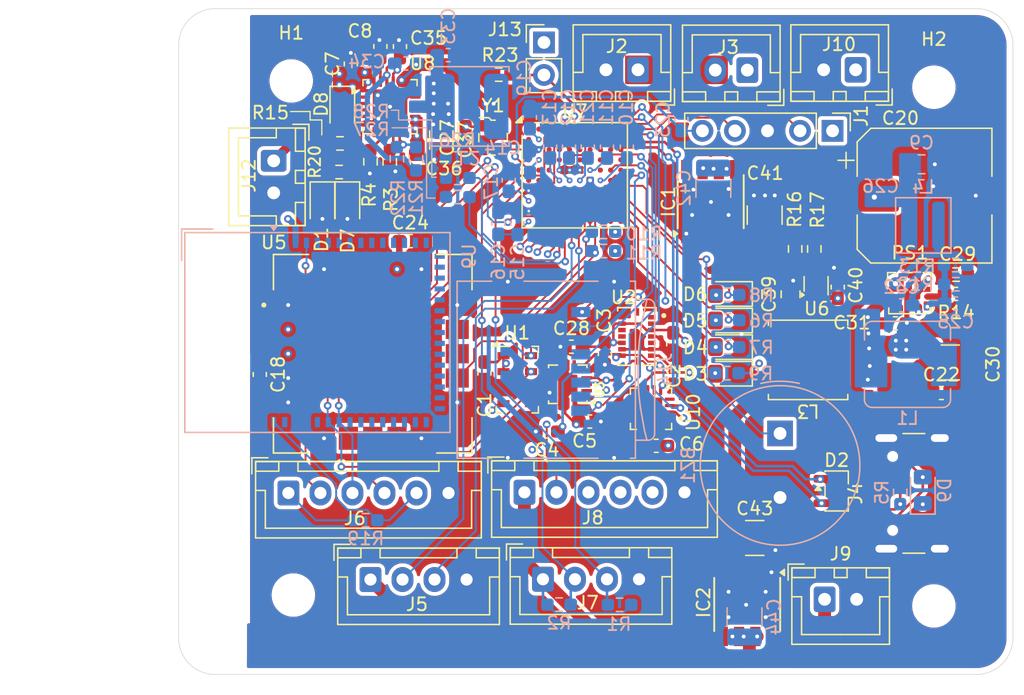
<source format=kicad_pcb>
(kicad_pcb (version 20241229) (generator "pcbnew") (generator_version "9.0")
  (layers (0 "F.Cu" signal) (4 "In1.Cu" power) (6 "In2.Cu" power) (2 "B.Cu" signal) (13 "F.Paste" user) (15 "B.Paste" user) (5 "F.SilkS" user "F.Silkscreen") (7 "B.SilkS" user "B.Silkscreen") (1 "F.Mask" user) (3 "B.Mask" user) (25 "Edge.Cuts" user))
  (net 0 "")
  (net 1 "GND")
  (net 2 "Net-(BZ1-+)")
  (net 3 "+3V3A")
  (net 4 "+VBUS")
  (net 5 "Net-(U8-PMID)")
  (net 6 "/Power/5V")
  (net 7 "Net-(C10-Pad1)")
  (net 8 "Net-(C11-Pad1)")
  (net 9 "BAT_CHARGER")
  (net 10 "NRST")
  (net 11 "Net-(PS1-FB)")
  (net 12 "Net-(C29-Pad2)")
  (net 13 "Net-(PS1-COMP)")
  (net 14 "Net-(PS1-BST)")
  (net 15 "/Power/SW")
  (net 16 "Net-(PS1-VCC)")
  (net 17 "/Battery Charger/BTST")
  (net 18 "Net-(U8-SW)")
  (net 19 "/Battery Charger/REGN")
  (net 20 "BAT+")
  (net 21 "/Power/3.6V")
  (net 22 "Net-(D1-K)")
  (net 23 "D-")
  (net 24 "D+")
  (net 25 "Net-(D3-A)")
  (net 26 "Net-(D4-A)")
  (net 27 "Net-(D5-A)")
  (net 28 "Net-(D6-A)")
  (net 29 "Net-(D7-K)")
  (net 30 "Net-(D8-A)")
  (net 31 "Net-(D9-A)")
  (net 33 "+3V3B")
  (net 35 "SDMMC1_CMD")
  (net 36 "SDMMC1_D1")
  (net 37 "SDMMC1_D2")
  (net 38 "SDMMC1_D3")
  (net 39 "SDMMC1_D0")
  (net 40 "SDMMC1_CK")
  (net 41 "Net-(J2-Pin_1)")
  (net 43 "Net-(J4-CC1)")
  (net 45 "EXT_UART_TX")
  (net 46 "EXT_UART_RX")
  (net 47 "ESP_TX")
  (net 48 "/ESP32/IO0")
  (net 49 "/ESP32/EN")
  (net 50 "ESP_RX")
  (net 51 "EXT_I2C_SDA")
  (net 52 "EXT_I2C_SCL")
  (net 53 "EXT_SPI_MISO")
  (net 54 "EXT_SPI_CLK")
  (net 55 "EXT_SPI_CS")
  (net 56 "EXT_SPI_MOSI")
  (net 57 "SWD_DIO")
  (net 58 "SWD_CLK")
  (net 59 "Net-(J13-Pin_2)")
  (net 60 "Net-(U6-SW)")
  (net 61 "Net-(PS1-VOUT)")
  (net 62 "Net-(U8-ICHG)")
  (net 63 "Net-(U8-ILIM)")
  (net 64 "LED2_PWM")
  (net 65 "LED3_PWM")
  (net 66 "LED1_PWM")
  (net 67 "I2C1_SDA")
  (net 68 "I2C1_SCL")
  (net 69 "Net-(U8-STAT)")
  (net 70 "Net-(U6-FB)")
  (net 71 "Net-(U8-~{PG})")
  (net 72 "Net-(U8-TS)")
  (net 73 "ADC")
  (net 110 "Net-(U7-PH0)")
  (net 177 "Net-(U7-PB0)")
  (net 178 "Net-(U7-PB1)")
  (net 192 "Net-(U7-PA2)")
  (footprint "Connector_JST:JST_XH_B2B-XH-A_1x02_P2.50mm_Vertical" (layer "F.Cu") (at 81.423 75.7888 180)
    (property "Reference" "J2")
    (property "Value" "Conn_01x02")
  )
  (footprint "Package_BGA:TFBGA-100_8x8mm_Layout10x10_P0.8mm" (layer "F.Cu") (at 76.4878 84.0212)
    (property "Reference" "U7")
    (property "Value" "STM32H723VEHx")
  )
  (footprint "Oscillator:Oscillator_SMD_ECS_2520MV-xxx-xx-4Pin_2.5x2.0mm" (layer "F.Cu") (at 70.112 81.083)
    (property "Reference" "Y1")
    (property "Value" "ECS-2520S")
  )
  (footprint "Capacitor_SMD:C_0603_1608Metric_Pad1.08x0.95mm_HandSolder" (layer "F.Cu") (at 105.1076 101.0168)
    (property "Reference" "C22")
    (property "Value" "100 nF")
  )
  (footprint "Capacitor_SMD:C_0603_1608Metric_Pad1.08x0.95mm_HandSolder" (layer "F.Cu") (at 61.3156 73.965899 -90)
    (property "Reference" "C8")
    (property "Value" "10 µF")
  )
  (footprint "Capacitor_SMD:C_0603_1608Metric_Pad1.08x0.95mm_HandSolder" (layer "F.Cu") (at 51.9026 99.5694 -90)
    (property "Reference" "C18")
    (property "Value" "100 nF")
  )
  (footprint "Resistor_SMD:R_0603_1608Metric_Pad0.98x0.95mm_HandSolder" (layer "F.Cu") (at 106.258 91.7738 180)
    (property "Reference" "R14")
    (property "Value" "28.7 kΩ")
  )
  (footprint "Capacitor_SMD:CP_Elec_10x10" (layer "F.Cu") (at 103.7928 85.6118)
    (property "Reference" "C20")
    (property "Value" "330 µF")
  )
  (footprint "Capacitor_SMD:C_0603_1608Metric_Pad1.08x0.95mm_HandSolder" (layer "F.Cu") (at 69.4398 99.4666 -90)
    (property "Reference" "C1")
    (property "Value" "100 nF")
  )
  (footprint "LED_SMD:LED_0805_2012Metric_Pad1.15x1.40mm_HandSolder" (layer "F.Cu") (at 88.4904 97.436199 180)
    (property "Reference" "D4")
    (property "Value" "LED")
  )
  (footprint "Connector_JST:JST_XH_B2B-XH-A_1x02_P2.50mm_Vertical" (layer "F.Cu") (at 89.9574 75.812 180)
    (property "Reference" "J3")
    (property "Value" "Conn_01x02")
  )
  (footprint "Resistor_SMD:R_0603_1608Metric_Pad0.98x0.95mm_HandSolder" (layer "F.Cu") (at 95.1864 89.7734 90)
    (property "Reference" "R17")
    (property "Value" "100 kΩ")
  )
  (footprint "Capacitor_SMD:C_1210_3225Metric_Pad1.33x2.70mm_HandSolder" (layer "F.Cu") (at 105.8 98.6338)
    (property "Reference" "C30")
    (property "Value" "10 µF")
  )
  (footprint "LED_SMD:LED_0805_2012Metric_Pad1.15x1.40mm_HandSolder" (layer "F.Cu") (at 88.4904 95.3614 180)
    (property "Reference" "D5")
    (property "Value" "LED")
  )
  (footprint "Capacitor_SMD:C_0603_1608Metric_Pad1.08x0.95mm_HandSolder" (layer "F.Cu") (at 74.3108 104.0268 180)
    (property "Reference" "C4")
    (property "Value" "100 nF")
  )
  (footprint "Package_TO_SOT_SMD:SOT-563" (layer "F.Cu") (at 95.326601 92.641 90)
    (property "Reference" "U6")
    (property "Value" "TLV62585DRLR")
  )
  (footprint "Capacitor_SMD:C_1210_3225Metric_Pad1.33x2.70mm_HandSolder" (layer "F.Cu") (at 91.3124 87.1316 90)
    (property "Reference" "C41")
    (property "Value" "10 µF")
  )
  (footprint "Capacitor_SMD:C_0603_1608Metric_Pad1.08x0.95mm_HandSolder" (layer "F.Cu") (at 82.8516 105.1402 180)
    (property "Reference" "C6")
    (property "Value" "100 nF")
  )
  (footprint "Resistor_SMD:R_0603_1608Metric_Pad0.98x0.95mm_HandSolder" (layer "F.Cu") (at 60.5436 82.967 90)
    (property "Reference" "R4")
    (property "Value" "160 Ω")
  )
  (footprint "Package_SO:Diodes_SO-8EP" (layer "F.Cu") (at 89.95 117.5258 -90)
    (property "Reference" "IC2")
    (property "Value" "AP7362-33SP-13")
  )
  (footprint "MountingHole:MountingHole_3.2mm_M3_DIN965" (layer "F.Cu") (at 54.3576 76.6588)
    (property "Reference" "H1")
    (property "Value" "MountingHole")
  )
  (footprint "Diode_SMD:D_0805_2012Metric_Pad1.15x1.40mm_HandSolder" (layer "F.Cu") (at 58.345 78.9368 -90)
    (property "Reference" "D8")
    (property "Value" "D_Schottky")
  )
  (footprint "Capacitor_SMD:C_1210_3225Metric_Pad1.33x2.70mm_HandSolder" (layer "F.Cu") (at 90.5414 112.3346)
    (property "Reference" "C43")
    (property "Value" "10 µF")
  )
  (footprint "LED_SMD:LED_0805_2012Metric_Pad1.15x1.40mm_HandSolder" (layer "F.Cu") (at 56.7944 86.401801 -90)
    (property "Reference" "D1")
    (property "Value" "LED")
  )
  (footprint "MountingHole:MountingHole_3.2mm_M3_DIN965" (layer "F.Cu") (at 104.5226 117.6396)
    (property "Reference" "H3" (hide yes))
    (property "Value" "MountingHole")
  )
  (footprint "Package_LGA:LGA-8_3x5mm_P1.25mm" (layer "F.Cu") (at 71.9994 99.9744)
    (property "Reference" "U1")
    (property "Value" "MS5611-01BA")
  )
  (footprint "BMI088:PQFN50P450X300X100-16N" (layer "F.Cu") (at 81.3394 96.604 -90)
    (property "Reference" "U2")
    (property "Value" "BMI088")
  )
  (footprint "Connector_JST:JST_XH_B4B-XH-A_1x04_P2.50mm_Vertical" (layer "F.Cu") (at 60.545 115.5792)
    (property "Reference" "J5")
    (property "Value" "UART")
  )
  (footprint "Package_DFN_QFN:QFN-16-1EP_3x3mm_P0.5mm_EP1.75x1.75mm" (layer "F.Cu") (at 82.442 102.2508 180)
    (property "Reference" "U10")
    (property "Value" "MLX90393ELW-ABA-xxx-xx")
  )
  (footprint "LED_SMD:LED_0805_2012Metric_Pad1.15x1.40mm_HandSolder" (layer "F.Cu") (at 88.4904 93.2866 180)
    (property "Reference" "D6")
    (property "Value" "LED")
  )
  (footprint "Resistor_SMD:R_0603_1608Metric_Pad0.98x0.95mm_HandSolder" (layer "F.Cu") (at 93.6924 89.773401 -90)
    (property "Reference" "R16")
    (property "Value" "500 kΩ")
  )
  (footprint "LED_SMD:LED_0805_2012Metric_Pad1.15x1.40mm_HandSolder" (layer "F.Cu") (at 58.74085 86.401875 -90)
    (property "Reference" "D7")
    (property "Value" "LED")
  )
  (footprint "Package_DFN_QFN:Texas_VQFN-HR-20_3x2.5mm_P0.5mm_RQQ0011A" (layer "F.Cu") (at 102.6114 93.1182 180)
    (property "Reference" "PS1")
    (property "Value" "TPS61288LRQQR")
  )
  (footprint "H3LIS331:QFN300X300X100-16N" (layer "F.Cu") (at 75.9444 100.3368 180)
    (property "Reference" "U3")
    (property "Value" "H3LIS331DL")
  )
  (footprint "Connector_JST:JST_XH_B6B-XH-A_1x06_P2.50mm_Vertical" (layer "F.Cu") (at 54.135 108.8218)
    (property "Reference" "J6")
    (property "Value" "UART")
  )
  (footprint "MountingHole:MountingHole_3.2mm_M3_DIN965" (layer "F.Cu") (at 54.5226 116.7896)
    (property "Reference" "H4" (hide yes))
    (property "Value" "MountingHole")
  )
  (footprint "Resistor_SMD:R_0603_1608Metric_Pad0.98x0.95mm_HandSolder" (layer "F.Cu") (at 58.165642 81.534558 180)
    (property "Reference" "R15")
    (property "Value" "2 kΩ")
  )
  (footprint "Package_DFN_QFN:Texas_RGE0024H_VQFN-24-1EP_4x4mm_P0.5mm_EP2.7x2.7mm" (layer "F.Cu") (at 62.0704 78.6696)
    (property "Reference" "U8")
    (property "Value" "BQ25606RGER")
  )
  (footprint "Capacitor_SMD:C_1206_3216Metric_Pad1.33x1.80mm_HandSolder" (layer "F.Cu") (at 66.0732 81.2654 -90)
    (property "Reference" "C37")
    (property "Value" "20 µF")
  )
  (footprint "Capacitor_SMD:C_0603_1608Metric_Pad1.08x0.95mm_HandSolder" (layer "F.Cu") (at 77.6636 103.244)
    (property "Reference" "C5")
    (property "Value" "100 nF")
  )
  (footprint "Connector_JST:JST_XH_B4B-XH-A_1x04_P2.50mm_Vertical" (layer "F.Cu") (at 74.007 115.556)
    (property "Reference" "J7")
    (property "Value" "I2C")
  )
  (footprint "Connector_PinHeader_2.54mm:PinHeader_1x05_P2.54mm_Vertical" (layer "F.Cu") (at 96.6132 80.5518 -90)
    (property "Reference" "J1")
    (property "Value" "SWD")
  )
  (footprint "Capacitor_SMD:C_0603_1608Metric_Pad1.08x0.95mm_HandSolder" (layer "F.Cu") (at 84.1778 97.1836 90)
    (property "Reference" "C2")
    (property "Value" "100 nF")
  )
  (footprint "Connector_JST:JST_XH_B2B-XH-A_1x02_P2.50mm_Vertical" (layer "F.Cu") (at 95.9942 117.1232)
    (property "Reference" "J9")
    (property "Value" "3.3VOUT")
  )
  (footprint "Capacitor_SMD:C_0603_1608Metric_Pad1.08x0.95mm_HandSolder" (layer "F.Cu") (at 62.844275 73.970135 90)
    (property "Reference" "C35")
    (property "Value" "4.7 µF")
  )
  (footprint "Capacitor_SMD:C_0603_1608Metric_Pad1.08x0.95mm_HandSolder" (layer "F.Cu") (at 63.6538 89.1598)
    (property "Reference" "C24")
    (property "Value" "100 nF")
  )
  (footprint "Connector_PinHeader_2.54mm:PinHeader_1x02_P2.54mm_Vertical" (layer "F.Cu") (at 74.0834 73.6512)
    (property "Reference" "J13")
    (property "Value" "Conn_01x02")
  )
  (footprint "Resistor_SMD:R_0603_1608Metric_Pad0.98x0.95mm_HandSolder" (layer "F.Cu") (at 58.0938 83.77 180)
    (property "Reference" "R20")
    (property "Value" "2 kΩ")
  )
  (footprint "LED_SMD:LED_0805_2012Metric_Pad1.15x1.40mm_HandSolder" (layer "F.Cu") (at 88.490399 99.511 180)
    (property "Reference" "D3")
    (property "Value" "LED")
  )
  (footprint "Package_TO_SOT_SMD:SOT-23-3" (layer "F.Cu") (at 96.9342 108.6656)
    (property "Reference" "D2")
    (property "Value" "ESDA5V3L")
  )
  (footprint "Resistor_SMD:R_0603_1608Metric_Pad0.98x0.95mm_HandSolder" (layer "F.Cu") (at 62.0468 82.967 90)
    (property "Reference" "R3")
    (property "Value" "225 Ω")
  )
  (footprint "SAM-M10Q:XCVR_SAM-M10Q-00B" (layer "F.Cu") (at 60.7192 97.9518)
    (property "Reference" "U5")
    (property "Value" "SAM-M10Q-00B")
  )
  (footprint "Capacitor_SMD:C_0603_1608Metric_Pad1.08x0.95mm_HandSolder" (layer "F.Cu") (at 59.008 75.3282 90)
    (property "Reference" "C7")
    (property "Value" "1 µF")
  )
  (footprint "MountingHole:MountingHole_3.2mm_M3_DIN965" (layer "F.Cu") (at 104.5226 77.1484)
    (property "Reference" "H2")
    (property "Value" "MountingHole")
  )
  (footprint "Package_SO:Diodes_SO-8EP" (layer "F.Cu") (at 87.102401 86.0806 90)
    (property "Reference" "IC1")
    (property "Value" "AP7362-33SP-13")
  )
  (footprint "Capacitor_SMD:C_0603_1608Metric_Pad1.08x0.95mm_HandSolder" (layer "F.Cu") (at 97.0152 92.7518 90)
    (property "Reference" "C40")
    (property "Value" "10 µF")
  )
  (footprint "Connector_USB:USB_C_Receptacle_GCT_USB4105-xx-A_16P_TopMnt_Horizontal" (layer "F.Cu") (at 103.9112 108.8534 90)
    (property "Reference" "J4")
    (property "Value" "USB_C_Receptacle_USB2.0_16P")
  )
  (footprint "Capacitor_SMD:C_0603_1608Metric_Pad1.08x0.95mm_HandSolder" (layer "F.Cu") (at 64.1612 82.9966 -90)
    (property "Reference" "C36")
    (property "Value" "10 µF")
  )
  (footprint "Capacitor_SMD:C_0603_1608Metric_Pad1.08x0.95mm_HandSolder" (layer "F.Cu") (at 78.839199 97.9456 90)
    (property "Reference" "C3")
    (property "Value" "100 nF")
  )
  (footprint "Connector_JST:JST_XH_B2B-XH-A_1x02_P2.50mm_Vertical" (layer "F.Cu") (at 98.4174 75.7876 180)
    (property "Reference" "J10")
    (property "Value" "5.0VOUT")
  )
  (footprint "Capacitor_SMD:C_0603_1608Metric_Pad1.08x0.95mm_HandSolder" (layer "F.Cu") (at 101.5148 95.5792 180)
    (property "Reference" "C31")
    (property "Value" "100 nF")
  )
  (footprint "Connector_JST:JST_XH_B6B-XH-A_1x06_P2.50mm_Vertical" (layer "F.Cu") (at 72.5582 108.7676)
    (property "Reference" "J8")
    (property "Value" "SPI")
  )
  (footprint "Capacitor_SMD:C_0603_1608Metric_Pad1.08x0.95mm_HandSolder" (layer "F.Cu") (at 106.2252 93.2814)
    (property "Reference" "C29")
    (property "Value" "620 pF")
  )
  (footprint "Capacitor_SMD:C_0603_1608Metric_Pad1.08x0.95mm_HandSolder" (layer "F.Cu") (at 67.9706 81.092002 90)
    (property "Reference" "C27")
    (property "Value" "100 nF")
  )
  (footprint "Resistor_SMD:R_0603_1608Metric_Pad0.98x0.95mm_HandSolder" (layer "F.Cu") (at 70.5556 76.161 180)
    (property "Reference" "R23")
    (property "Value" "10 kΩ")
  )
  (footprint "Connector_JST:JST_XH_B2B-XH-A_1x02_P2.50mm_Vertical" (layer "F.Cu") (at 52.9872 82.893 -90)
    (property "Reference" "J12")
    (property "Value" "Charge")
  )
  (footprint "Capacitor_SMD:C_0603_1608Metric_Pad1.08x0.95mm_HandSolder" (layer "F.Cu") (at 76.228599 97.404)
    (property "Reference" "C28")
    (property "Value" "100 nF")
  )
  (footprint "Capacitor_SMD:C_0805_2012Metric_Pad1.18x1.45mm_HandSolder" (layer "F.Cu") (at 93.3368 93.3106 90)
    (property "Reference" "C39")
    (property "Value" "22 µF")
  )
  (footprint "Inductor_SMD:L_TDK_VLS6045EX_VLS6045AF" (layer "F.Cu") (at 94.7034 98.4332 180)
    (property "Reference" "L3")
    (property "Value" "1 uH")
  )
  (footprint "Buzzer_Beeper:Buzzer_TDK_PS1240P02BT_D12.2mm_H6.5mm" (layer "B.Cu") (at 92.5152 104.172231 -90)
    (property "Reference" "BZ1")
    (property "Value" "Buzzer")
  )
  (footprint "Resistor_SMD:R_0603_1608Metric_Pad0.98x0.95mm_HandSolder" (layer "B.Cu") (at 78.7344 89.9342 180)
    (property "Reference" "R11")
    (property "Value" "10 kΩ")
  )
  (footprint "Resistor_SMD:R_0603_1608Metric_Pad0.98x0.95mm_HandSolder" (layer "B.Cu") (at 106.2384 92.52475)
    (property "Reference" "R12")
    (property "Value" "15 kΩ")
  )
  (footprint "Resistor_SMD:R_0603_1608Metric_Pad0.98x0.95mm_HandSolder" (layer "B.Cu") (at 67.3552 85.7206)
    (property "Reference" "R27")
    (property "Value" "170 RΩ")
  )
  (footprint "Resistor_SMD:R_0603_1608Metric_Pad0.98x0.95mm_HandSolder" (layer "B.Cu") (at 62.6056 82.7318 -90)
    (property "Reference" "R22")
    (property "Value" "100 kΩ")
  )
  (footprint "Capacitor_SMD:C_0603_1608Metric_Pad1.08x0.95mm_HandSolder" (layer "B.Cu") (at 106.2252 94.03255)
    (property "Reference" "C25")
    (property "Value" "27 pF")
  )
  (footprint "Capacitor_SMD:C_0603_1608Metric_Pad1.08x0.95mm_HandSolder" (layer "B.Cu") (at 74.570584 81.8058 90)
    (property "Reference" "C13")
    (property "Value" "100 nF")
  )
  (footprint "Capacitor_SMD:C_0603_1608Metric_Pad1.08x0.95mm_HandSolder" (layer "B.Cu") (at 72.011963 87.782504 90)
    (property "Reference" "C15")
    (property "Value" "100 nF")
  )
  (footprint "Capacitor_SMD:C_0603_1608Metric_Pad1.08x0.95mm_HandSolder" (layer "B.Cu") (at 76.038549 81.805849 90)
    (property "Reference" "C12")
    (property "Value" "100 nF")
  )
  (footprint "Capacitor_SMD:C_1210_3225Metric_Pad1.33x2.70mm_HandSolder" (layer "B.Cu") (at 89.7396 118.5006 90)
    (property "Reference" "C44")
    (property "Value" "10 µF")
  )
  (footprint "Resistor_SMD:R_0603_1608Metric_Pad0.98x0.95mm_HandSolder" (layer "B.Cu") (at 88.416398 95.3398 180)
    (property "Reference" "R6")
    (property "Value" "110 Ω")
  )
  (footprint "Inductor_SMD:L_TDK_VLS6045EX_VLS6045AF" (layer "B.Cu") (at 68.2586 78.6444)
    (property "Reference" "L2")
    (property "Value" "1 uH")
  )
  (footprint "Capacitor_SMD:C_1210_3225Metric_Pad1.33x2.70mm_HandSolder" (layer "B.Cu") (at 87.3074 85.0234 -90)
    (property "Reference" "C42")
    (property "Value" "10 µF")
  )
  (footprint "Resistor_SMD:R_0603_1608Metric_Pad0.98x0.95mm_HandSolder" (layer "B.Cu") (at 75.265 117.533)
    (property "Reference" "R2")
    (property "Value" "10 kΩ")
  )
  (footprint "Resistor_SMD:R_0603_1608Metric_Pad0.98x0.95mm_HandSolder" (layer "B.Cu") (at 67.3156 82.7114 180)
    (property "Reference" "R26")
    (property "Value" "170 RΩ")
  )
  (footprint "Resistor_SMD:R_0603_1608Metric_Pad0.98x0.95mm_HandSolder" (layer "B.Cu") (at 88.365598 99.4662 180)
    (property "Reference" "R9")
    (property "Value" "110 Ω")
  )
  (footprint "Resistor_SMD:R_0603_1608Metric_Pad0.98x0.95mm_HandSolder" (layer "B.Cu") (at 106.213 91.03075 180)
    (property "Reference" "R13")
    (property "Value" "111 kΩ")
  )
  (footprint "Capacitor_SMD:C_0603_1608Metric_Pad1.08x0.95mm_HandSolder" (layer "B.Cu") (at 84.815 79.662 -90)
    (property "Reference" "C23")
    (property "Value" "100 nF")
  )
  (footprint "Capacitor_SMD:C_0603_1608Metric_Pad1.08x0.95mm_HandSolder" (layer "B.Cu") (at 80.552462 81.812262 90)
    (property "Reference" "C10")
    (property "Value" "2.2 µF")
  )
  (footprint "Resistor_SMD:R_0603_1608Metric_Pad0.98x0.95mm_HandSolder" (layer "B.Cu") (at 64.0996 82.731801 90)
    (property "Reference" "R21")
    (property "Value" "100 kΩ")
  )
  (footprint "Capacitor_SMD:C_0603_1608Metric_Pad1.08x0.95mm_HandSolder" (layer "B.Cu") (at 71.3304 84.4118 90)
    (property "Reference" "C17")
    (property "Value" "100 nF")
  )
  (footprint "Capacitor_SMD:C_0603_1608Metric_Pad1.08x0.95mm_HandSolder" (layer "B.Cu") (at 72.9884 79.5156 90)
    (property "Reference" "C19")
    (property "Value" "100 nF")
  )
  (footprint "RF_Module:ESP32-S2-MINI-1" (layer "B.Cu") (at 56.398 96.295 -90)
    (property "Reference" "U9")
    (property "Value" "ESP32-S3-MINI-1-N4R2")
  )
  (footprint "Resistor_SMD:R_0603_1608Metric_Pad0.98x0.95mm_HandSolder" (layer "B.Cu") (at 101.8956 108.7806 -90)
    (property "Reference" "R5")
    (property "Value" "5.1 kΩ")
  )
  (footprint "Capacitor_SMD:C_0603_1608Metric_Pad1.08x0.95mm_HandSolder" (layer "B.Cu") (at 79.007662 81.812262 90)
    (property "Reference" "C11")
    (property "Value" "2.2 µF")
  )
  (footprint "Capacitor_SMD:C_0805_2012Metric_Pad1.18x1.45mm_HandSolder" (layer "B.Cu") (at 103.558199 83.1652 180)
    (property "Reference" "C9")
    (property "Value" "22 µF")
  )
  (footprint "Diode_SMD:D_0805_2012Metric_Pad1.15x1.40mm_HandSolder" (layer "B.Cu") (at 103.6554 108.6094 90)
    (property "Reference" "D9")
    (property "Value" "D_Schottky")
  )
  (footprint "Resistor_SMD:R_0603_1608Metric_Pad0.98x0.95mm_HandSolder" (layer "B.Cu") (at 79.9856 117.5486 180)
    (property "Reference" "R1")
    (property "Value" "10 kΩ")
  )
  (footprint "Capacitor_SMD:C_0603_1608Metric_Pad1.08x0.95mm_HandSolder" (layer "B.Cu") (at 63.305 75.2956)
    (property "Reference" "C34")
    (property "Value" "47nF")
  )
  (footprint "Resistor_SMD:R_0603_1608Metric_Pad0.98x0.95mm_HandSolder" (layer "B.Cu") (at 67.3552 84.226599)
    (property "Reference" "R28")
    (property "Value" "170 RΩ")
  )
  (footprint "Resistor_SMD:R_0603_1608Metric_Pad0.98x0.95mm_HandSolder" (layer "B.Cu") (at 78.7344 88.4402 180)
    (property "Reference" "R10")
    (property "Value" "10 kΩ")
  )
  (footprint "Capacitor_SMD:C_0603_1608Metric_Pad1.08x0.95mm_HandSolder" (layer "B.Cu") (at 77.5052 81.805799 90)
    (property "Reference" "C21")
    (property "Value" "100 nF")
  )
  (footprint "Capacitor_SMD:C_0603_1608Metric_Pad1.08x0.95mm_HandSolder" (layer "B.Cu") (at 101.997399 94.1796 180)
    (property "Reference" "C32")
    (property "Value" "2.2 µF")
  )
  (footprint "Capacitor_SMD:C_0603_1608Metric_Pad1.08x0.95mm_HandSolder" (layer "B.Cu") (at 66.607 74.6452)
    (property "Reference" "C33")
    (property "Value" "10 µF")
  )
  (footprint "Capacitor_SMD:C_0603_1608Metric_Pad1.08x0.95mm_HandSolder" (layer "B.Cu") (at 72.9952 82.953984 90)
    (property "Reference" "C14")
    (property "Value" "100 nF")
  )
  (footprint "Capacitor_SMD:C_0603_1608Metric_Pad1.08x0.95mm_HandSolder" (layer "B.Cu") (at 70.5144 87.7682 90)
    (property "Reference" "C16")
    (property "Value" "4.7 µF")
  )
  (footprint "Inductor_SMD:L_Sumida_CDMC6D28_7.25x6.5mm" (layer "B.Cu") (at 102.46206 98.783685)
    (property "Reference" "L1")
    (property "Value" "2.2 uH")
  )
  (footprint "Connector_Card:microSD_HC_Wuerth_693072010801" (layer "B.Cu") (at 75.4138 99.2004 90)
    (property "Reference" "J14")
    (property "Value" "Micro_SD_Card")
  )
  (footprint "Resistor_SMD:R_0603_1608Metric_Pad0.98x0.95mm_HandSolder" (layer "B.Cu") (at 88.416399 93.3494 180)
    (property "Reference" "R8")
    (property "Value" "110 Ω")
  )
  (footprint "Resistor_SMD:R_0603_1608Metric_Pad0.98x0.95mm_HandSolder" (layer "B.Cu") (at 60.1692 110.9508)
    (property "Reference" "R19")
    (property "Value" "10 kΩ")
  )
  (footprint "Resistor_SMD:R_0603_1608Metric_Pad0.98x0.95mm_HandSolder" (layer "B.Cu") (at 88.408867 97.431586 180)
    (property "Reference" "R7")
    (property "Value" "110 Ω")
  )
  (footprint "Inductor_SMD:L_Wuerth_MAPI-4030" (layer "B.Cu") (at 103.696 87.933401 180)
    (property "Reference" "L4")
    (property "Value" "1.8 uH")
  )
  (footprint "Capacitor_SMD:C_0603_1608Metric_Pad1.08x0.95mm_HandSolder" (layer "B.Cu") (at 103.609 84.8786 180)
    (property "Reference" "C26")
    (property "Value" "100 nF")
  )
  (gr_rect (start 80.518 74.7776) (end 88.3412 76.8096) (stroke (width 0.2)) (fill yes) (layer "F.Cu") (net 41))
  (gr_line (start 54.3052 79.0448) (end 55.8292 79.0448) (stroke (width 0.1)) (layer "F.SilkS"))
  (gr_line (start 55.8292 79.0448) (end 55.8292 79.7052) (stroke (width 0.1)) (layer "F.SilkS"))
  (gr_line (start 56.7436 79.7052) (end 56.7436 80.8736) (stroke (width 0.1)) (layer "F.SilkS"))
  (gr_line (start 55.8292 79.7052) (end 56.7436 79.7052) (stroke (width 0.1)) (layer "F.SilkS"))
  (gr_line (start 65.3288 84.1756) (end 65.6844 84.1756) (stroke (width 0.1)) (layer "B.SilkS"))
  (gr_line (start 62.738 79.7052) (end 65.3288 79.7052) (stroke (width 0.1)) (layer "B.SilkS"))
  (gr_line (start 62.738 78.9432) (end 62.738 79.7052) (stroke (width 0.1)) (layer "B.SilkS"))
  (gr_line (start 64.9224 80.3148) (end 64.9224 85.8012) (stroke (width 0.1)) (layer "B.SilkS"))
  (gr_line (start 62.1792 78.9432) (end 62.738 78.9432) (stroke (width 0.1)) (layer "B.SilkS"))
  (gr_line (start 64.9224 85.8012) (end 65.5828 85.8012) (stroke (width 0.1)) (layer "B.SilkS"))
  (gr_line (start 62.23 80.3148) (end 64.9224 80.3148) (stroke (width 0.1)) (layer "B.SilkS"))
  (gr_line (start 65.3288 79.7052) (end 65.3288 84.1756) (stroke (width 0.1)) (layer "B.SilkS"))
  (gr_line (start 48.4124 122.9868) (end 107.8484 122.9868) (stroke (width 0.05)) (layer "Edge.Cuts"))
  (gr_arc (start 110.6932 120.142) (mid 109.859977 122.153577) (end 107.8484 122.9868) (stroke (width 0.05)) (layer "Edge.Cuts"))
  (gr_line (start 110.6932 120.142) (end 110.6932 73.8632) (stroke (width 0.05)) (layer "Edge.Cuts"))
  (gr_line (start 107.8484 71.0184) (end 48.4124 71.0184) (stroke (width 0.05)) (layer "Edge.Cuts"))
  (gr_arc (start 48.4124 122.9868) (mid 46.400823 122.153577) (end 45.5676 120.142) (stroke (width 0.05)) (layer "Edge.Cuts"))
  (gr_arc (start 45.5676 73.8632) (mid 46.400823 71.851623) (end 48.4124 71.0184) (stroke (width 0.05)) (layer "Edge.Cuts"))
  (gr_line (start 45.5676 73.8632) (end 45.5676 120.142) (stroke (width 0.05)) (layer "Edge.Cuts"))
  (gr_arc (start 107.8484 71.0184) (mid 109.859977 71.851623) (end 110.6932 73.8632) (stroke (width 0.05)) (layer "Edge.Cuts"))
  (segment (start 83.634099 97.604) (end 82.5044 97.604) (width 0.2) (layer "F.Cu") (net 1))
  (segment (start 73.7616 99.739001) (end 73.7616 98.8568) (width 0.2) (layer "F.Cu") (net 1))
  (segment (start 96.7232 90.3977) (end 95.1864 88.8609) (width 0.4) (layer "F.Cu") (net 1))
  (segment (start 83.634099 97.361699) (end 83.634099 97.604) (width 0.2) (layer "F.Cu") (net 1))
  (segment (start 96.7232 91.597301) (end 97.0152 91.8893) (width 0.4) (layer "F.Cu") (net 1))
  (segment (start 81.692 104.843101) (end 81.692 103.7133) (width 0.2) (layer "F.Cu") (net 1))
  (segment (start 73.8594 99.836801) (end 73.7616 99.739001) (width 0.2) (layer "F.Cu") (net 1))
  (segment (start 84.0762 98.046101) (end 83.634099 97.604) (width 0.2) (layer "F.Cu") (net 1))
  (segment (start 61.8204 78.9196) (end 62.0704 78.6696) (width 0.4) (layer "F.Cu") (net 1))
  (segment (start 74.4744 99.836801) (end 73.8594 99.836801) (width 0.2) (layer "F.Cu") (net 1))
  (segment (start 93.3368 92.244899) (end 94.015 92.244899) (width 0.4) (layer "F.Cu") (net 1))
  (segment (start 69.333503 81.954503) (end 69.387 82.008) (width 0.2) (layer "F.Cu") (net 1))
  (segment (start 80.1744 97.604) (end 82.5044 97.604) (width 0.2) (layer "F.Cu") (net 1))
  (segment (start 82.8764 96.604) (end 83.634099 97.361699) (width 0.2) (layer "F.Cu") (net 1))
  (segment (start 82.504399 96.604) (end 82.8764 96.604) (width 0.2) (layer "F.Cu") (net 1))
  (segment (start 60.8472 79.9196) (end 61.1632 79.6036) (width 0.4) (layer "F.Cu") (net 1))
  (segment (start 67.9706 81.954503) (end 69.333503 81.954503) (width 0.2) (layer "F.Cu") (net 1))
  (segment (start 83.3534 95.25) (end 85.09 95.25) (width 0.2) (layer "F.Cu") (net 1))
  (segment (start 102.8614 93.7432) (end 103.6864 92.9182) (width 0.2) (layer "F.Cu") (net 1))
  (segment (start 60.1079 79.9196) (end 60.8472 79.9196) (width 0.4) (layer "F.Cu") (net 1))
  (segment (start 81.989099 105.1402) (end 81.692 104.843101) (width 0.2) (layer "F.Cu") (net 1))
  (segment (start 73.7616 98.8568) (end 74.168 98.4504) (width 0.2) (layer "F.Cu") (net 1))
  (segment (start 96.7232 91.236801) (end 96.7232 90.3977) (width 0.4) (layer "F.Cu") (net 1))
  (segment (start 61.8204 80.6321) (end 61.8204 78.9196) (width 0.4) (layer "F.Cu") (net 1))
  (segment (start 82.5044 95.604) (end 82.9994 95.604) (width 0.2) (layer "F.Cu") (net 1))
  (segment (start 94.8246 93.054499) (end 94.8246 93.353499) (width 0.4) (layer "F.Cu") (net 1))
  (segment (start 102.8614 94.2932) (end 102.8614 93.7432) (width 0.2) (layer "F.Cu") (net 1))
  (segment (start 82.9994 95.604) (end 83.3534 95.25) (width 0.2) (layer "F.Cu") (net 1))
  (segment (start 96.7232 91.236801) (end 96.7232 91.597301) (width 0.4) (layer "F.Cu") (net 1))
  (segment (start 94.015 92.244899) (end 94.8246 93.054499) (width 0.4) (layer "F.Cu") (net 1))
  (segment (start 84.1778 98.046101) (end 84.0762 98.046101) (width 0.2) (layer "F.Cu") (net 1))
  (via (at 75.2878 83.6212) (size 0.45) (drill 0.2) (layers "F.Cu" "B.Cu") (net 1))
  (via (at 89.8652 117.5512) (size 0.6) (drill 0.3) (layers "F.Cu" "B.Cu") (net 1))
  (via (at 71.2638 106.0754) (size 0.6) (drill 0.3) (layers "F.Cu" "B.Cu") (net 1))
  (via (at 78.839199 98.808101) (size 0.6) (drill 0.3) (layers "F.Cu" "B.Cu") (net 1))
  (via (at 62.484 83.7184) (size 0.6) (drill 0.3) (layers "F.Cu" "B.Cu") (net 1))
  (via (at 58.74085 87.426874) (size 0.6) (drill 0.3) (layers "F.Cu" "B.Cu") (net 1))
  (via (at 54.1192 94.1518) (size 0.6) (drill 0.3) (layers "F.Cu" "B.Cu") (net 1))
  (via (at 65.5156 82.79573) (size 0.6) (drill 0.3) (layers "F.Cu" "B.Cu") (net 1))
  (via (at 61.1632 79.6036) (size 0.6) (drill 0.3) (layers "F.Cu" "B.Cu") (net 1))
  (via (at 72.8878 85.2212) (size 0.45) (drill 0.2) (layers "F.Cu" "B.Cu") (net 1))
  (via (at 56.7944 87.4268) (size 0.6) (drill 0.3) (layers "F.Cu" "B.Cu") (net 1))
  (via (at 73.448299 104.0268) (size 0.6) (drill 0.3) (layers "F.Cu" "B.Cu") (net 1))
  (via (at 87.122 86.106) (size 0.6) (drill 0.3) (layers "F.Cu" "B.Cu") (net 1))
  (via (at 91.3892 116.5352) (size 0.6) (drill 0.3) (layers "F.Cu" "B.Cu") (net 1))
  (via (at 75.366098 97.404) (size 0.6) (drill 0.3) (layers "F.Cu" "B.Cu") (net 1))
  (via (at 56.9192 104.5518) (size 0.6) (drill 0.3) (layers "F.Cu" "B.Cu") (net 1))
  (via (at 60.4928 83.8795) (size 0.6) (drill 0.3) (layers "F.Cu" "B.Cu") (net 1))
  (via (at 64.5192 104.5518) (size 0.6) (drill 0.3) (layers "F.Cu" "B.Cu") (net 1))
  (via (at 59.008 74.465699) (size 0.6) (drill 0.3) (layers "F.Cu" "B.Cu") (net 1))
  (via (at 107.7928 85.6118) (size 0.6) (drill 0.3) (layers "F.Cu" "B.Cu") (net 1))
  (via (at 96.7232 91.236801) (size 0.6) (drill 0.3) (layers "F.Cu" "B.Cu") (net 1))
  (via (at 90.4748 85.598) (size 0.6) (drill 0.3) (layers "F.Cu" "B.Cu") (net 1))
  (via (at 64.5192 91.3518) (size 0.6) (drill 0.3) (layers "F.Cu" "B.Cu") (net 1))
  (via (at 56.9192 91.3518) (size 0.6) (drill 0.3) (layers "F.Cu" "B.Cu") (net 1))
  (via (at 76.8878 83.6212) (size 0.45) (drill 0.2) (layers "F.Cu" "B.Cu") (net 1))
  (via (at 104.595699 83.1652) (size 0.6) (drill 0.3) (layers "F.Cu" "B.Cu") (net 1))
  (via (at 85.7504 85.1408) (size 0.6) (drill 0.3) (layers "F.Cu" "B.Cu") (net 1))
  (via (at 72.898 86.8172) (size 0.45) (drill 0.2) (layers "F.Cu" "B.Cu") (net 1))
  (via (at 85.197401 88.5781) (size 0.6) (drill 0.3) (layers "F.Cu" "B.Cu") (net 1))
  (via (at 88.4936 85.09) (size 0.6) (drill 0.3) (layers "F.Cu" "B.Cu") (net 1))
  (via (at 76.0878 83.6212) (size 0.45) (drill 0.2) (layers "F.Cu" "B.Cu") (net 1))
  (via (at 62.7672 73.468499) (size 0.6) (drill 0.3) (layers "F.Cu" "B.Cu") (net 1))
  (via (at 104.471501 84.8786) (size 0.6) (drill 0.3) (layers "F.Cu" "B.Cu") (net 1))
  (via (at 67.3192 101.7518) (size 0.6) (drill 0.3) (layers "F.Cu" "B.Cu") (net 1))
  (via (at 61.1124 77.7748) (size 0.6) (drill 0.3) (layers "F.Cu" "B.Cu") (net 1))
  (via (at 89.5096 96.4184) (size 0.6) (drill 0.3) (layers "F.Cu" "B.Cu") (net 1))
  (via (at 54.1192 99.8518) (size 0.6) (drill 0.3) (layers "F.Cu" "B.Cu") (net 1))
  (via (at 61.238525 73.464263) (size 0.6) (drill 0.3) (layers "F.Cu" "B.Cu") (net 1))
  (via (at 67.3192 94.1518) (size 0.6) (drill 0.3) (layers "F.Cu" "B.Cu") (net 1))
  (via (at 88.4936 118.5164) (size 0.6) (drill 0.3) (layers "F.Cu" "B.Cu") (net 1))
  (via (at 77.6878 84.4212) (size 0.6) (drill 0.3) (layers "F.Cu" "B.Cu") (net 1))
  (via (at 93.54 92.244899) (size 0.6) (drill 0.3) (layers "F.Cu" "B.Cu") (net 1))
  (via (at 88.4936 116.5352) (size 0.6) (drill 0.3) (layers "F.Cu" "B.Cu") (net 1))
  (via (at 85.09 95.25) (size 0.6) (drill 0.3) (layers "F.Cu" "B.Cu") (net 1))
  (via (at 71.2638 92.3254) (size 0.6) (drill 0.3) (layers "F.Cu" "B.Cu") (net 1))
  (via (at 62.0704 78.6696) (size 0.6) (drill 0.3) (layers "F.Cu" "B.Cu") (net 1))
  (via (at 92.1004 85.598) (size 0.6) (drill 0.3) (layers "F.Cu" "B.Cu") (net 1))
  (via (at 78.526101 103.244) (size 0.6) (drill 0.3) (layers "F.Cu" "B.Cu") (net 1))
  (via (at 92.1512 113.284) (size 0.6) (drill 0.3) (layers "F.Cu" "B.Cu") (net 1))
  (via (at 79.5638 92.3254) (size 0.6) (drill 0.3) (layers "F.Cu" "B.Cu") (net 1))
  (via (at 91.3384 85.598) (size 0.6) (drill 0.3) (layers "F.Cu" "B.Cu") (net 1))
  (via (at 91.8464 115.0112) (size 0.6) (drill 0.3) (layers "F.Cu" "B.Cu") (net 1))
  (via (at 73.6878 82.0212) (size 0.45) (drill 0.2) (layers "F.Cu" "B.Cu") (net 1))
  (via (at 54.1192 101.7518) (size 0.6) (drill 0.3) (layers "F.Cu" "B.Cu") (net 1))
  (via (at 91.3892 118.5164) (size 0.6) (drill 0.3) (layers "F.Cu" "B.Cu") (net 1))
  (via (at 85.6488 87.122) (size 0.6) (drill 0.3) (layers "F.Cu" "B.Cu") (net 1))
  (via (at 74.5236 100.9904) (size 0.6) (drill 0.3) (layers "F.Cu" "B.Cu") (net 1))
  (via (at 88.4936 87.122) (size 0.6) (drill 0.3) (layers "F.Cu" "B.Cu") (net 1))
  (via (at 79.5638 106.0754) (size 0.6) (drill 0.3) (layers "F.Cu" "B.Cu") (net 1))
  (segment (start 73.617517 82.091483) (end 73.6878 82.0212) (width 0.15) (layer "B.Cu") (net 1))
  (segment (start 71.3304 83.549299) (end 71.3304 83.6638) (width 0.15) (layer "B.Cu") (net 1))
  (segment (start 70.5144 86.905699) (end 72.809501 86.905699) (width 0.15) (layer "B.Cu") (net 1))
  (segment (start 74.570584 80.235283) (end 74.570584 80.943299) (width 0.15) (layer "B.Cu") (net 1))
  (segment (start 74.570584 81.138416) (end 73.6878 82.0212) (width 0.15) (layer "B.Cu") (net 1))
  (segment (start 72.809501 86.905699) (end 72.898 86.8172) (width 0.15) (layer "B.Cu") (net 1))
  (segment (start 72.9884 78.653099) (end 74.570584 80.235283) (width 0.15) (layer "B.Cu") (net 1))
  (segment (start 75.2878 83.6212) (end 75.2878 81.3584) (width 0.15) (layer "B.Cu") (net 1))
  (segment (start 76.8878 83.344459) (end 76.689549 83.146208) (width 0.15) (layer "B.Cu") (net 1))
  (segment (start 76.689549 81.185349) (end 76.6572 81.153) (width 0.15) (layer "B.Cu") (net 1))
  (segment (start 76.0878 83.6212) (end 76.214557 83.6212) (width 0.15) (layer "B.Cu") (net 1))
  (segment (start 76.214557 83.6212) (end 76.689549 83.146208) (width 0.15) (layer "B.Cu") (net 1))
  (segment (start 75.2878 81.3584) (end 75.2602 81.3308) (width 0.15) (layer "B.Cu") (net 1))
  (segment (start 65.948 89.295) (end 65.9244 89.295) (width 0.3) (layer "B.Cu") (net 1))
  (segment (start 65.948 103.295) (end 65.948 103.2098) (width 0.3) (layer "B.Cu") (net 1))
  (segment (start 65.948 103.2098) (end 64.8208 102.0826) (width 0.3) (layer "B.Cu") (net 1))
  (segment (start 65.9244 89.295) (end 64.8208 90.3986) (width 0.3) (layer "B.Cu") (net 1))
  (segment (start 72.9952 82.091483) (end 73.617517 82.091483) (width 0.15) (layer "B.Cu") (net 1))
  (segment (start 76.689549 83.146208) (end 76.689549 81.185349) (width 0.15) (layer "B.Cu") (net 1))
  (segment (start 71.3304 83.6638) (end 72.8878 85.2212) (width 0.15) (layer "B.Cu") (net 1))
  (segment (start 76.8878 83.6212) (end 76.8878 83.344459) (width 0.15) (layer "B.Cu") (net 1))
  (segment (start 82.0928 86.978999) (end 85.690201 90.5764) (width 0.15) (layer "F.Cu") (net 2))
  (segment (start 78.4878 85.2212) (end 78.8638 84.8452) (width 0.15) (layer "F.Cu") (net 2))
  (segment (start 85.690201 90.5764) (end 86.7664 90.5764) (width 0.15) (layer "F.Cu") (net 2))
  (segment (start 82.0928 85.1408) (end 82.0928 86.978999) (width 0.15) (layer "F.Cu") (net 2))
  (segment (start 78.8638 84.8452) (end 81.7972 84.8452) (width 0.15) (layer "F.Cu") (net 2))
  (segment (start 81.7972 84.8452) (end 82.0928 85.1408) (width 0.15) (layer "F.Cu") (net 2))
  (via (at 86.7664 90.5764) (size 0.6) (drill 0.3) (layers "F.Cu" "B.Cu") (net 2))
  (segment (start 86.7664 99.8728) (end 91.065831 104.172231) (width 0.15) (layer "B.Cu") (net 2))
  (segment (start 86.7664 90.5764) (end 86.7664 99.8728) (width 0.15) (layer "B.Cu") (net 2))
  (segment (start 91.065831 104.172231) (end 92.5152 104.172231) (width 0.15) (layer "B.Cu") (net 2))
  (segment (start 80.1744 95.604) (end 79.6794 95.604) (width 0.2) (layer "F.Cu") (net 3))
  (segment (start 84.1778 96.321099) (end 84.484699 96.321099) (width 0.2) (layer "F.Cu") (net 3))
  (segment (start 83.064521 98.104) (end 83.9216 98.961079) (width 0.2) (layer "F.Cu") (net 3))
  (segment (start 67.9706 80.229501) (end 68.0212 80.229501) (width 0.2) (layer "F.Cu") (net 3))
  (segment (start 83.859101 96.104) (end 84.0762 96.321099) (width 0.2) (layer "F.Cu") (net 3))
  (segment (start 62.7913 91.1797) (end 62.6192 91.3518) (width 0.5) (layer "F.Cu") (net 3))
  (segment (start 51.9026 98.706899) (end 53.364101 98.706899) (width 0.2) (layer "F.Cu") (net 3))
  (segment (start 69.3362 80.158) (end 70.7862 80.158) (width 0.5) (layer "F.Cu") (net 3))
  (segment (start 82.5044 98.104) (end 83.064521 98.104) (width 0.2) (layer "F.Cu") (net 3))
  (segment (start 80.153499 97.083099) (end 80.1744 97.104) (width 0.2) (layer "F.Cu") (net 3))
  (segment (start 84.337826 102.5008) (end 84.808626 102.9716) (width 0.2) (layer "F.Cu") (net 3))
  (segment (start 78.839199 97.083099) (end 80.153499 97.083099) (width 0.2) (layer "F.Cu") (net 3))
  (segment (start 82.692 104.118099) (end 83.714101 105.1402) (width 0.2) (layer "F.Cu") (net 3))
  (segment (start 70.5658 101.8494) (end 70.0532 102.362) (width 0.2) (layer "F.Cu") (net 3))
  (segment (start 81.692 100.423321) (end 82.699721 99.4156) (width 0.2) (layer "F.Cu") (net 3))
  (segment (start 84.808626 102.9716) (end 84.9884 102.9716) (width 0.2) (layer "F.Cu") (net 3))
  (segment (start 75.6874 101.8494) (end 75.7428 101.9048) (width 0.2) (layer "F.Cu") (net 3))
  (segment (start 77.0036 101.3368) (end 76.5556 100.8888) (width 0.2) (layer "F.Cu") (net 3))
  (segment (start 75.7428 102.616) (end 76.6064 103.4796) (width 0.2) (layer "F.Cu") (net 3))
  (segment (start 82.5044 96.104) (end 83.859101 96.104) (width 0.2) (layer "F.Cu") (net 3))
  (segment (start 73.0744 101.8494) (end 75.6874 101.8494) (width 0.2) (layer "F.Cu") (net 3))
  (segment (start 77.4144 101.3368) (end 77.0036 101.3368) (width 0.2) (layer "F.Cu") (net 3))
  (segment (start 82.5044 96.104) (end 82.0832 96.104) (width 0.2) (layer "F.Cu") (net 3))
  (segment (start 78.518298 97.404) (end 78.839199 97.083099) (width 0.2) (layer "F.Cu") (net 3))
  (segment (start 84.484699 96.321099) (end 85.09 96.9264) (width 0.2) (layer "F.Cu") (net 3))
  (segment (start 69.264699 80.229501) (end 69.3362 80.158) (width 0.2) (layer "F.Cu") (net 3))
  (segment (start 68.0212 80.229501) (end 69.264699 80.229501) (width 0.2) (layer "F.Cu") (net 3))
  (segment (start 75.7428 101.9048) (end 75.7428 102.616) (width 0.2) (layer "F.Cu") (net 3))
  (segment (start 79.502 95.7814) (end 79.502 97.0788) (width 0.2) (layer "F.Cu") (net 3))
  (segment (start 62.7913 89.1598) (end 62.7913 91.1797) (width 0.5) (layer "F.Cu") (net 3))
  (segment (start 83.9216 99.4156) (end 85.4456 99.4156) (width 0.2) (layer "F.Cu") (net 3))
  (segment (start 77.0911 97.404) (end 78.518298 97.404) (width 0.2) (layer "F.Cu") (net 3))
  (segment (start 53.364101 98.706899) (end 54.1192 97.9518) (width 0.2) (layer "F.Cu") (net 3))
  (segment (start 70.419701 98.604099) (end 70.9244 98.0994) (width 0.2) (layer "F.Cu") (net 3))
  (segment (start 70.9244 98.0994) (end 70.9244 99.3494) (width 0.2) (layer "F.Cu") (net 3))
  (segment (start 82.699721 99.4156) (end 83.9216 99.4156) (width 0.2) (layer "F.Cu") (net 3))
  (segment (start 82.692 103.7133) (end 82.692 104.118099) (width 0.2) (layer "F.Cu") (net 3))
  (segment (start 70.9244 101.8494) (end 70.5658 101.8494) (width 0.2) (layer "F.Cu") (net 3))
  (segment (start 84.0762 96.321099) (end 84.1778 96.321099) (width 0.2) (layer "F.Cu") (net 3))
  (segment (start 81.692 100.7883) (end 81.692 100.423321) (width 0.2) (layer "F.Cu") (net 3))
  (segment (start 69.4398 98.604099) (end 70.419701 98.604099) (width 0.2) (layer "F.Cu") (net 3))
  (segment (start 81.5832 95.604) (end 80.1744 95.604) (width 0.2) (layer "F.Cu") (net 3))
  (segment (start 79.6794 95.604) (end 79.502 95.7814) (width 0.2) (layer "F.Cu") (net 3))
  (segment (start 83.9216 98.961079) (end 83.9216 99.4156) (width 0.2) (layer "F.Cu") (net 3))
  (segment (start 83.9045 102.5008) (end 84.337826 102.5008) (width 0.2) (layer "F.Cu") (net 3))
  (segment (start 86.467401 83.5831) (end 89.007401 83.5831) (width 1) (layer "F.Cu") (net 3))
  (segment (start 82.0832 96.104) (end 81.5832 95.604) (width 0.2) (layer "F.Cu") (net 3))
  (via (at 76.0878 84.4212) (size 0.45) (drill 0.2) (layers "F.Cu" "B.Cu") (net 3))
  (via (at 73.6878 81.2212) (size 0.45) (drill 0.2) (layers "F.Cu" "B.Cu") (net 3))
  (via (at 79.6469 89.9342) (size 0.6) (drill 0.3) (layers "F.Cu" "B.Cu") (net 3))
  (via (at 85.4456 99.4156) (size 0.6) (drill 0.3) (layers "F.Cu" "B.Cu") (net 3))
  (via (at 83.783592 105.114196) (size 0.6) (drill 0.3) (layers "F.Cu" "B.Cu") (net 3))
  (via (at 73.6878 82.8212) (size 0.45) (drill 0.2) (layers "F.Cu" "B.Cu") (net 3))
  (via (at 72.8878 87.6212) (size 0.45) (drill 0.2) (layers "F.Cu" "B.Cu") (net 3))
  (via (at 88.3412 83.5152) (size 0.6) (drill 0.3) (layers "F.Cu" "B.Cu") (net 3))
  (via (at 76.6064 103.4796) (size 0.6) (drill 0.3) (layers "F.Cu" "B.Cu") (net 3))
  (via (at 75.2878 84.4212) (size 0.45) (drill 0.2) (layers "F.Cu" "B.Cu") (net 3))
  (via (at 54.1192 97.9518) (size 0.6) (drill 0.3) (layers "F.Cu" "B.Cu") (net 3))
  (via (at 54.1192 96.0518) (size 0.6) (drill 0.3) (layers "F.Cu" "B.Cu") (net 3))
  (via (at 76.8878 84.4212) (size 0.45) (drill 0.2) (layers "F.Cu" "B.Cu") (net 3))
  (via (at 72.8878 86.0212) (size 0.45) (drill 0.2) (layers "F.Cu" "B.Cu") (net 3))
  (via (at 62.6192 91.3518) (size 0.6) (drill 0.3) (layers "F.Cu" "B.Cu") (net 3))
  (via (at 54.102 87.4268) (size 0.6) (drill 0.3) (layers "F.Cu" "B.Cu") (net 3))
  (via (at 68.0212 80.229501) (size 0.6) (drill 0.3) (layers "F.Cu" "B.Cu") (net 3))
  (via (at 79.502 97.0788) (size 0.6) (drill 0.3) (layers "F.Cu" "B.Cu") (net 3))
  (via (at 86.5124 83.4644) (size 0.6) (drill 0.3) (layers "F.Cu" "B.Cu") (net 3))
  (via (at 75.5396 103.632) (size 0.6) (drill 0.3) (layers "F.Cu" "B.Cu") (net 3))
  (via (at 90.8812 98.7044) (size 0.6) (drill 0.3) (layers "F.Cu" "B.Cu") (net 3))
  (via (at 79.6469 88.4402) (size 0.6) (drill 0.3) (layers "F.Cu" "B.Cu") (net 3))
  (via (at 70.0532 102.362) (size 0.6) (drill 0.3) (layers "F.Cu" "B.Cu") (net 3))
  (via (at 71.12 98.7044) (size 0.6) (drill 0.3) (layers "F.Cu" "B.Cu") (net 3))
  (via (at 84.9884 102.9716) (size 0.6) (drill 0.3) (layers "F.Cu" "B.Cu") (net 3))
  (via (at 85.09 96.9264) (size 0.6) (drill 0.3) (layers "F.Cu" "B.Cu") (net 3))
  (via (at 87.3252 83.5152) (size 0.6) (drill 0.3) (layers "F.Cu" "B.Cu") (net 3))
  (segment (start 74.570584 83.703984) (end 75.2878 84.4212) (width 0.15) (layer "B.Cu") (net 3))
  (segment (start 59.2567 110.9508) (end 56.264 110.9508) (width 0.15) (layer "B.Cu") (net 3))
  (segment (start 76.0878 84.4212) (end 75.6878 84.0212) (width 0.15) (layer "B.Cu") (net 3))
  (segment (start 54.1528 87.4268) (end 54.102 87.4268) (width 0.5) (layer "B.Cu") (net 3))
  (segment (start 56.264 110.9508) (end 54.135 108.8218) (width 0.15) (layer "B.Cu") (net 3))
  (segment (start 90.1194 99.4662) (end 90.8812 98.7044) (width 0.2) (layer "B.Cu") (net 3))
  (segment (start 89.278098 99.4662) (end 90.1194 99.4662) (width 0.2) (layer "B.Cu") (net 3))
  (segment (start 76.8878 84.4212) (end 77.2878 84.0212) (width 0.15) (layer "B.Cu") (net 3))
  (segment (start 72.9884 80.5218) (end 73.6878 81.2212) (width 0.15) (layer "B.Cu") (net 3))
  (segment (start 72.140901 85.274301) (end 72.8878 86.0212) (width 0.15) (layer "B.Cu") (net 3))
  (segment (start 74.570584 82.668301) (end 74.570584 83.703984) (width 0.15) (layer "B.Cu") (net 3))
  (segment (start 54.698 87.972) (end 54.1528 87.4268) (width 0.5) (layer "B.Cu") (net 3))
  (segment (start 76.6138 99.1004) (end 75.5396 100.1746) (width 0.2) (layer "B.Cu") (net 3))
  (segment (start 76.9638 99.1004) (end 76.6138 99.1004) (width 0.2) (layer "B.Cu") (net 3))
  (segment (start 77.2878 84.0212) (end 77.2878 82.8857) (width 0.15) (layer "B.Cu") (net 3))
  (segment (start 75.6878 83.019099) (end 76.038549 82.66835) (width 0.15) (layer "B.Cu") (net 3))
  (segment (start 71.878299 88.630701) (end 72.8878 87.6212) (width 0.15) (layer "B.Cu") (net 3))
  (segment (start 72.9884 80.378101) (end 72.9884 80.5218) (width 0.15) (layer "B.Cu") (net 3))
  (segment (start 72.9952 83.5138) (end 73.6878 82.8212) (width 0.15) (layer "B.Cu") (net 3))
  (segment (start 70.5144 88.630701) (end 71.878299 88.630701) (width 0.15) (layer "B.Cu") (net 3))
  (segment (start 72.9952 83.816485) (end 72.9952 83.5138) (width 0.15) (layer "B.Cu") (net 3))
  (segment (start 71.3304 85.274301) (end 72.140901 85.274301) (width 0.15) (layer "B.Cu") (net 3))
  (segment (start 77.2878 82.8857) (end 77.5052 82.6683) (width 0.15) (layer "B.Cu") (net 3))
  (segment (start 75.5396 100.1746) (end 75.5396 103.632) (width 0.2) (layer "B.Cu") (net 3))
  (segment (start 54.698 89.295) (end 54.698 87.972) (width 0.5) (layer "B.Cu") (net 3))
  (segment (start 75.6878 84.0212) (end 75.6878 83.019099) (width 0.15) (layer "B.Cu") (net 3))
  (segment (start 60.8204 76.7071) (end 60.4021 76.7071) (width 0.2) (layer "F.Cu") (net 4))
  (segment (start 60.1079 77.0013) (end 60.3504 76.7588) (width 0.2) (layer "F.Cu") (net 4))
  (segment (start 60.4021 76.7071) (end 60.3504 76.7588) (width 0.2) (layer "F.Cu") (net 4))
  (segment (start 60.1079 77.4196) (end 60.1079 77.0013) (width 0.2) (layer "F.Cu") (net 4))
  (via (at 58.1152 76.962) (size 0.6) (drill 0.3) (layers "F.Cu" "B.Cu") (net 4))
  (via (at 58.1152 76.0984) (size 0.6) (drill 0.3) (layers "F.Cu" "B.Cu") (net 4))
  (via (at 60.3504 76.7588) (size 0.6) (drill 0.3) (layers "F.Cu" "B.Cu") (net 4))
  (via (at 60.0964 75.9968) (size 0.6) (drill 0.3) (layers "F.Cu" "B.Cu") (net 4))
  (via (at 59.1312 77.1144) (size 0.6) (drill 0.3) (layers "F.Cu" "B.Cu") (net 4))
  (via (at 103.6574 109.7026) (size 0.6) (drill 0.3) (layers "F.Cu" "B.Cu") (net 4))
  (segment (start 61.3156 75.26634) (end 61.3156 74.8284) (width 0.2) (layer "F.Cu") (net 5))
  (segment (start 61.3204 76.7071) (end 61.3204 75.27114) (width 0.2) (layer "F.Cu") (net 5))
  (segment (start 61.3204 75.27114) (end 61.3156 75.26634) (width 0.2) (layer "F.Cu") (net 5))
  (segment (start 95.8266 93.353499) (end 95.8266 91.9285) (width 0.4) (layer "F.Cu") (net 6))
  (segment (start 95.8266 93.353499) (end 95.8266 93.3882) (width 0.4) (layer "F.Cu") (net 6))
  (segment (start 95.8266 93.3882) (end 96.0019 93.5635) (width 0.4) (layer "F.Cu") (net 6))
  (segment (start 96.0019 93.5635) (end 96.9644 93.5635) (width 0.4) (layer "F.Cu") (net 6))
  (segment (start 96.9644 93.5635) (end 97.0152 93.6143) (width 0.4) (layer "F.Cu") (net 6))
  (via (at 97.028 93.6244) (size 0.6) (drill 0.3) (layers "F.Cu" "B.Cu") (net 6))
  (via (at 99.8728 85.725) (size 1) (drill 0.4) (layers "F.Cu" "B.Cu") (net 6))
  (segment (start 102.4952 88.2382) (end 102.4952 86.857099) (width 0.5) (layer "B.Cu") (net 6))
  (segment (start 99.8982 85.7504) (end 99.8728 85.725) (width 0.5) (layer "B.Cu") (net 6))
  (via (at 78.4878 84.4212) (size 0.45) (drill 0.2) (layers "F.Cu" "B.Cu") (net 7))
  (segment (start 78.806025 84.4212) (end 80.552462 82.674763) (width 0.15) (layer "B.Cu") (net 7))
  (segment (start 78.4878 84.4212) (end 78.806025 84.4212) (width 0.15) (layer "B.Cu") (net 7))
  (via (at 77.6878 83.6212) (size 0.45) (drill 0.2) (layers "F.Cu" "B.Cu") (net 8))
  (segment (start 78.061225 83.6212) (end 79.007662 82.674763) (width 0.15) (layer "B.Cu") (net 8))
  (segment (start 77.6878 83.6212) (end 78.061225 83.6212) (width 0.15) (layer "B.Cu") (net 8))
  (segment (start 101.047303 93.9038) (end 101.078402 93.872701) (width 1) (layer "F.Cu") (net 9))
  (segment (start 99.3648 99.9769) (end 99.3648 95.0214) (width 1) (layer "F.Cu") (net 9))
  (segment (start 101.1961 99.9769) (end 99.3648 99.9769) (width 1) (layer "F.Cu") (net 9))
  (segment (start 100.4824 93.9038) (end 101.047303 93.9038) (width 1) (layer "F.Cu") (net 9))
  (segment (start 99.3648 95.0214) (end 100.4824 93.9038) (width 1) (layer "F.Cu") (net 9))
  (via (at 66.6496 80.01) (size 0.6) (drill 0.3) (layers "F.Cu" "B.Cu") (net 9))
  (via (at 99.3648 99.9769) (size 0.6) (drill 0.3) (layers "F.Cu" "B.Cu") (net 9))
  (via (at 65.4812 76.8604) (size 0.6) (drill 0.3) (layers "F.Cu" "B.Cu") (net 9))
  (via (at 66.5988 78.4352) (size 0.6) (drill 0.3) (layers "F.Cu" "B.Cu") (net 9))
  (via (at 99.5172 98.9076) (size 0.6) (drill 0.3) (layers "F.Cu" "B.Cu") (net 9))
  (via (at 65.439699 80.051501) (size 0.6) (drill 0.3) (layers "F.Cu" "B.Cu") (net 9))
  (via (at 65.4812 77.6224) (size 0.6) (drill 0.3) (layers "F.Cu" "B.Cu") (net 9))
  (via (at 99.4156 96.3676) (size 0.6) (drill 0.3) (layers "F.Cu" "B.Cu") (net 9))
  (via (at 66.6496 79.248) (size 0.6) (drill 0.3) (layers "F.Cu" "B.Cu") (net 9))
  (via (at 99.4664 97.536) (size 0.6) (drill 0.3) (layers "F.Cu" "B.Cu") (net 9))
  (via (at 65.4812 78.4352) (size 0.6) (drill 0.3) (layers "F.Cu" "B.Cu") (net 9))
  (via (at 65.4304 79.248) (size 0.6) (drill 0.3) (layers "F.Cu" "B.Cu") (net 9))
  (via (at 99.3648 95.0976) (size 0.6) (drill 0.3) (layers "F.Cu" "B.Cu") (net 9))
  (segment (start 65.744499 74.6452) (end 65.744499 78.230299) (width 1) (layer "B.Cu") (net 9))
  (segment (start 72.8878 83.6212) (end 72.8878 83.6066) (width 0.15) (layer "F.Cu") (net 10))
  (segment (start 72.8878 83.6066) (end 71.8312 82.55) (width 0.15) (layer "F.Cu") (net 10))
  (via (at 71.8312 82.55) (size 0.6) (drill 0.3) (layers "F.Cu" "B.Cu") (net 10))
  (segment (start 71.966602 78.510683) (end 72.562686 77.914599) (width 0.2) (layer "B.Cu") (net 10))
  (segment (start 71.966602 82.414598) (end 71.966602 78.510683) (width 0.2) (layer "B.Cu") (net 10))
  (segment (start 72.562686 77.914599) (end 82.205098 77.914599) (width 0.2) (layer "B.Cu") (net 10))
  (segment (start 71.8312 82.55) (end 71.966602 82.414598) (width 0.2) (layer "B.Cu") (net 10))
  (segment (start 82.205098 77.914599) (end 84.815 80.524501) (width 0.2) (layer "B.Cu") (net 10))
  (segment (start 86.4532 80.5518) (end 84.842299 80.5518) (width 0.15) (layer "B.Cu") (net 10))
  (segment (start 84.842299 80.5518) (end 84.815 80.524501) (width 0.15) (layer "B.Cu") (net 10))
  (via (at 104.012999 94.2848) (size 0.6) (drill 0.3) (layers "F.Cu" "B.Cu") (net 11))
  (segment (start 105.362699 94.03255) (end 104.26525 94.03255) (width 0.5) (layer "B.Cu") (net 11))
  (segment (start 104.26525 94.03255) (end 104.012999 94.2848) (width 0.5) (layer "B.Cu") (net 11))
  (segment (start 105.362699 91.092949) (end 105.3005 91.03075) (width 0.5) (layer "B.Cu") (net 11))
  (segment (start 105.362699 94.03255) (end 105.362699 91.092949) (width 0.5) (layer "B.Cu") (net 11))
  (segment (start 107.087701 91.856599) (end 107.1705 91.7738) (width 0.5) (layer "F.Cu") (net 12))
  (segment (start 107.087701 93.2814) (end 107.087701 91.856599) (width 0.5) (layer "F.Cu") (net 12))
  (segment (start 105.150899 93.4932) (end 105.362699 93.2814) (width 0.5) (layer "F.Cu") (net 13))
  (segment (start 104.0364 93.4932) (end 105.150899 93.4932) (width 0.5) (layer "F.Cu") (net 13))
  (segment (start 101.4476 95.0722) (end 100.914199 95.6056) (width 0.5) (layer "F.Cu") (net 14))
  (segment (start 101.861399 94.658401) (end 101.4476 95.0722) (width 0.5) (layer "F.Cu") (net 14))
  (segment (start 101.861399 94.2932) (end 101.861399 94.658401) (width 0.5) (layer "F.Cu") (net 14))
  (segment (start 102.412399 93.345401) (end 102.412399 95.544101) (width 0.4) (layer "F.Cu") (net 15))
  (segment (start 102.5906 93.1672) (end 102.412399 93.345401) (width 0.4) (layer "F.Cu") (net 15))
  (via (at 101.5492 97.6376) (size 0.6) (drill 0.3) (layers "F.Cu" "B.Cu") (net 15))
  (via (at 102.362 96.9264) (size 0.6) (drill 0.3) (layers "F.Cu" "B.Cu") (net 15))
  (via (at 101.5492 96.9264) (size 0.6) (drill 0.3) (layers "F.Cu" "B.Cu") (net 15))
  (via (at 102.412399 95.544101) (size 0.6) (drill 0.3) (layers "F.Cu" "B.Cu") (net 15))
  (via (at 102.362 97.6376) (size 0.6) (drill 0.3) (layers "F.Cu" "B.Cu") (net 15))
  (segment (start 102.0064 97.3328) (end 101.9556 97.282) (width 2) (layer "B.Cu") (net 15))
  (segment (start 105.31206 98.783685) (end 103.861175 97.3328) (width 2) (layer "B.Cu") (net 15))
  (segment (start 103.8352 97.3328) (end 102.616 96.1136) (width 2) (layer "B.Cu") (net 15))
  (segment (start 103.861175 97.3328) (end 102.0064 97.3328) (width 2) (layer "B.Cu") (net 15))
  (segment (start 103.861175 97.3328) (end 103.8352 97.3328) (width 2) (layer "B.Cu") (net 15))
  (segment (start 103.345093 94.69957) (end 103.361401 94.683262) (width 0.5) (layer "F.Cu") (net 16))
  (segment (start 103.361401 94.683262) (end 103.361401 94.2932) (width 0.5) (layer "F.Cu") (net 16))
  (via (at 103.345093 94.69957) (size 0.6) (drill 0.3) (layers "F.Cu" "B.Cu") (net 16))
  (via (at 104.0892 92.1258) (size 0.6) (drill 0.3) (layers "F.Cu" "B.Cu") (net 16))
  (segment (start 102.87 94.1695) (end 102.8599 94.1796) (width 0.5) (layer "B.Cu") (net 16))
  (segment (start 103.8352 92.3798) (end 103.8098 92.3798) (width 0.5) (layer "B.Cu") (net 16))
  (segment (start 103.8098 92.3798) (end 102.87 93.3196) (width 0.5) (layer "B.Cu") (net 16))
  (segment (start 102.87 93.3196) (end 102.87 94.1695) (width 0.5) (layer "B.Cu") (net 16))
  (segment (start 104.0892 92.1258) (end 103.8352 92.3798) (width 0.5) (layer "B.Cu") (net 16))
  (segment (start 62.3204 76.1096) (end 62.6364 75.7936) (width 0.2) (layer "F.Cu") (net 17))
  (segment (start 62.3204 76.7071) (end 62.3204 76.1096) (width 0.2) (layer "F.Cu") (net 17))
  (via (at 62.6364 75.7936) (size 0.6) (drill 0.3) (layers "F.Cu" "B.Cu") (net 17))
  (segment (start 64.1096 75.3872) (end 66.4464 75.3872) (width 1) (layer "F.Cu") (net 18))
  (segment (start 64.1096 75.594607) (end 63.0464 76.657807) (width 1) (layer "F.Cu") (net 18))
  (segment (start 64.1096 75.3872) (end 64.1096 75.594607) (width 1) (layer "F.Cu") (net 18))
  (segment (start 66.4464 75.3872) (end 69.4944 78.4352) (width 1) (layer "F.Cu") (net 18))
  (segment (start 69.5452 78.4352) (end 70.1548 78.4352) (width 1) (layer "F.Cu") (net 18))
  (segment (start 69.4944 78.4352) (end 69.5452 78.4352) (width 1) (layer "F.Cu") (net 18))
  (via (at 64.1096 75.3872) (size 0.6) (drill 0.3) (layers "F.Cu" "B.Cu") (net 18))
  (via (at 69.5452 78.4352) (size 0.6) (drill 0.3) (layers "F.Cu" "B.Cu") (net 18))
  (via (at 70.1548 78.4352) (size 0.6) (drill 0.3) (layers "F.Cu" "B.Cu") (net 18))
  (via (at 62.970262 76.588754) (size 0.6) (drill 0.3) (layers "F.Cu" "B.Cu") (net 18))
  (segment (start 63.2968 76.3016) (end 64.167501 75.430899) (width 0.2) (layer "B.Cu") (net 18))
  (segment (start 63.257416 76.3016) (end 63.2968 76.3016) (width 0.2) (layer "B.Cu") (net 18))
  (segment (start 62.970262 76.588754) (end 63.257416 76.3016) (width 0.2) (layer "B.Cu") (net 18))
  (segment (start 64.167501 75.430899) (end 64.167501 75.3972) (width 0.2) (layer "B.Cu") (net 18))
  (segment (start 61.8204 76.7071) (end 61.8204 76.2) (width 0.2) (layer "F.Cu") (net 19))
  (segment (start 61.8204 76.2) (end 61.8204 75.6444) (width 0.2) (layer "F.Cu") (net 19))
  (segment (start 61.8204 75.6444) (end 62.632164 74.832636) (width 0.2) (layer "F.Cu") (net 19))
  (segment (start 62.632164 74.832636) (end 62.844275 74.832636) (width 0.2) (layer "F.Cu") (net 19))
  (via (at 61.8204 76.2) (size 0.6) (drill 0.3) (layers "F.Cu" "B.Cu") (net 19))
  (segment (start 61.8204 76.2) (end 60.2996 77.7208) (width 0.4) (layer "B.Cu") (net 19))
  (segment (start 60.2996 77.7208) (end 60.2996 81.1276) (width 0.4) (layer "B.Cu") (net 19))
  (segment (start 61.8744 82.7024) (end 63.157699 82.7024) (width 0.4) (layer "B.Cu") (net 19))
  (segment (start 63.157699 82.7024) (end 64.0996 83.644301) (width 0.4) (layer "B.Cu") (net 19))
  (segment (start 60.2996 81.1276) (end 61.8744 82.7024) (width 0.4) (layer "B.Cu") (net 19))
  (via (at 64.0588 80.3656) (size 0.6) (drill 0.3) (layers "F.Cu" "B.Cu") (net 20))
  (via (at 64.0588 79.6544) (size 0.6) (drill 0.3) (layers "F.Cu" "B.Cu") (net 20))
  (via (at 64.170638 80.931801) (size 0.6) (drill 0.3) (layers "F.Cu" "B.Cu") (net 20))
  (segment (start 92.3523 99.4685) (end 88.9789 102.8419) (width 1) (layer "F.Cu") (net 21))
  (segment (start 92.3523 96.4012) (end 92.3523 99.4685) (width 1) (layer "F.Cu") (net 21))
  (segment (start 88.9789 102.8419) (end 88.9789 112.3346) (width 1) (layer "F.Cu") (net 21))
  (segment (start 57.253142 81.534558) (end 56.4928 82.2949) (width 0.2) (layer "F.Cu") (net 22))
  (segment (start 56.4928 82.2949) (end 56.4928 85.075202) (width 0.2) (layer "F.Cu") (net 22))
  (segment (start 56.4928 85.075202) (end 56.7944 85.376802) (width 0.2) (layer "F.Cu") (net 22))
  (segment (start 83.675493 82.580101) (end 82.941592 81.8462) (width 0.2) (layer "F.Cu") (net 23))
  (segment (start 83.804606 82.580101) (end 83.675493 82.580101) (width 0.2) (layer "F.Cu") (net 23))
  (segment (start 100.1862 109.6034) (end 95.808899 109.6034) (width 0.2) (layer "F.Cu") (net 23))
  (segment (start 80.2628 81.8462) (end 80.0878 82.0212) (width 0.2) (layer "F.Cu") (net 23))
  (segment (start 82.941592 81.8462) (end 80.2628 81.8462) (width 0.2) (layer "F.Cu") (net 23))
  (segment (start 100.8582 108.6034) (end 101.0072 108.7524) (width 0.2) (layer "F.Cu") (net 23))
  (segment (start 95.808899 109.6034) (end 95.7967 109.615599) (width 0.2) (layer "F.Cu") (net 23))
  (segment (start 101.0072 108.7524) (end 101.0072 109.6024) (width 0.2) (layer "F.Cu") (net 23))
  (segment (start 101.0062 109.6034) (end 100.1862 109.6034) (width 0.2) (layer "F.Cu") (net 23))
  (segment (start 101.0072 109.6024) (end 101.0062 109.6034) (width 0.2) (layer "F.Cu") (net 23))
  (segment (start 100.186201 108.6034) (end 100.8582 108.6034) (width 0.2) (layer "F.Cu") (net 23))
  (via (at 83.804606 82.580101) (size 0.6) (drill 0.3) (layers "F.Cu" "B.Cu") (net 23))
  (via (at 95.758 109.6264) (size 0.6) (drill 0.3) (layers "F.Cu" "B.Cu") (net 23))
  (segment (start 84.1794 82.954895) (end 84.1794 83.613) (width 0.2) (layer "B.Cu") (net 23))
  (segment (start 94.966205 108.8354) (end 94.967 108.8354) (width 0.2) (layer "B.Cu") (net 23))
  (segment (start 83.804606 82.580101) (end 84.1794 82.954895) (width 0.2) (layer "B.Cu") (net 23))
  (segment (start 84.1756 100.851398) (end 90.410602 107.0864) (width 0.2) (layer "B.Cu") (net 23))
  (segment (start 90.410602 107.0864) (end 93.217205 107.0864) (width 0.2) (layer "B.Cu") (net 23))
  (segment (start 84.1756 83.6168) (end 84.1756 100.851398) (width 0.2) (layer "B.Cu") (net 23))
  (segment (start 93.217205 107.0864) (end 94.966205 108.8354) (width 0.2) (layer "B.Cu") (net 23))
  (segment (start 84.1794 83.613) (end 84.1756 83.6168) (width 0.2) (layer "B.Cu") (net 23))
  (segment (start 94.967 108.8354) (end 95.758 109.6264) (width 0.2) (layer "B.Cu") (net 23))
  (segment (start 96.184499 108.1034) (end 95.7967 107.715601) (width 0.2) (layer "F.Cu") (net 24))
  (segment (start 100.1862 108.1034) (end 96.184499 108.1034) (width 0.2) (layer "F.Cu") (net 24))
  (segment (start 100.1862 109.1034) (end 99.3662 109.1034) (width 0.2) (layer "F.Cu") (net 24))
  (segment (start 83.5142 81.4314) (end 80.298 81.4314) (width 0.2) (layer "F.Cu") (net 24))
  (segment (start 84.4804 82.3976) (end 83.5142 81.4314) (width 0.2) (layer "F.Cu") (net 24))
  (segment (start 80.298 81.4314) (end 80.0878 81.2212) (width 0.2) (layer "F.Cu") (net 24))
  (segment (start 99.3662 108.3594) (end 99.6222 108.1034) (width 0.2) (layer "F.Cu") (net 24))
  (segment (start 99.3662 109.1034) (end 99.3662 108.3594) (width 0.2) (layer "F.Cu") (net 24))
  (segment (start 99.6222 108.1034) (end 100.1862 108.1034) (width 0.2) (layer "F.Cu") (net 24))
  (via (at 84.4804 82.3976) (size 0.6) (drill 0.3) (layers "F.Cu" "B.Cu") (net 24))
  (via (at 95.6564 107.7468) (size 0.6) (drill 0.3) (layers "F.Cu" "B.Cu") (net 24))
  (segment (start 94.514001 107.7468) (end 95.6564 107.7468) (width 0.2) (layer "B.Cu") (net 24))
  (segment (start 95.6564 107.7468) (end 95.7072 107.7468) (width 0.2) (layer "B.Cu") (net 24))
  (segment (start 93.498001 106.7308) (end 94.514001 107.7468) (width 0.2) (layer "B.Cu") (net 24))
  (segment (start 84.4804 100.519802) (end 90.691398 106.7308) (width 0.2) (layer "B.Cu") (net 24))
  (segment (start 90.691398 106.7308) (end 93.498001 106.7308) (width 0.2) (layer "B.Cu") (net 24))
  (segment (start 84.4804 82.3976) (end 84.4804 100.519802) (width 0.2) (layer "B.Cu") (net 24))
  (via (at 87.453098 99.4662) (size 0.6) (drill 0.3) (layers "F.Cu" "B.Cu") (net 25))
  (via (at 87.496367 97.431586) (size 0.6) (drill 0.3) (layers "F.Cu" "B.Cu") (net 26))
  (via (at 87.503898 95.3398) (size 0.6) (drill 0.3) (layers "F.Cu" "B.Cu") (net 27))
  (via (at 87.525555 93.37178) (size 0.6) (drill 0.3) (layers "F.Cu" "B.Cu") (net 28))
  (segment (start 57.1813 83.817326) (end 58.74085 85.376876) (width 0.2) (layer "F.Cu") (net 29))
  (segment (start 57.1813 83.77) (end 57.1813 83.817326) (width 0.2) (layer "F.Cu") (net 29))
  (segment (start 55.918401 79.961799) (end 52.9872 82.893) (width 0.7) (layer "F.Cu") (net 30))
  (segment (start 57.837 79.961799) (end 55.918401 79.961799) (width 0.7) (layer "F.Cu") (net 30))
  (segment (start 102.649399 106.5784) (end 103.6554 107.584401) (width 0.2) (layer "F.Cu") (net 31))
  (segment (start 100.3112 106.5784) (end 102.649399 106.5784) (width 0.2) (layer "F.Cu") (net 31))
  (segment (start 103.6554 108.650324) (end 103.6554 107.584401) (width 0.2) (layer "F.Cu") (net 31))
  (segment (start 101.052324 111.2534) (end 103.6554 108.650324) (width 0.2) (layer "F.Cu") (net 31))
  (segment (start 100.1862 106.4534) (end 100.3112 106.5784) (width 0.2) (layer "F.Cu") (net 31))
  (segment (start 100.1862 111.253399) (end 101.052324 111.2534) (width 0.2) (layer "F.Cu") (net 31))
  (via (at 103.6554 107.584401) (size 0.6) (drill 0.3) (layers "F.Cu" "B.Cu") (net 31))
  (segment (start 72.5582 114.1072) (end 74.007 115.556) (width 1) (layer "F.Cu") (net 33))
  (segment (start 89.6706 120.0233) (end 89.315 120.0233) (width 1) (layer "F.Cu") (net 33))
  (segment (start 88.7984 120.0233) (end 90.7288 120.0233) (width 1) (layer "F.Cu") (net 33))
  (segment (start 60.545 115.5792) (end 64.9891 120.0233) (width 1) (layer "F.Cu") (net 33))
  (segment (start 89.67485 120.02755) (end 89.6706 120.0233) (width 1) (layer "F.Cu") (net 33))
  (segment (start 95.9942 117.1232) (end 95.9942 118.5952) (width 1) (layer "F.Cu") (net 33))
  (segment (start 78.4743 120.0233) (end 74.007 115.556) (width 1) (layer "F.Cu") (net 33))
  (segment (start 72.5582 108.7676) (end 72.5582 114.1072) (width 1) (layer "F.Cu") (net 33))
  (segment (start 92.8218 121.7676) (end 90.1192 121.7676) (width 1) (layer "F.Cu") (net 33))
  (segment (start 64.9891 120.0233) (end 78.4743 120.0233) (width 1) (layer "F.Cu") (net 33))
  (segment (start 88.045 120.0233) (end 78.4743 120.0233) (width 1) (layer "F.Cu") (net 33))
  (segment (start 90.1192 120.4719) (end 89.67485 120.02755) (width 1) (layer "F.Cu") (net 33))
  (segment (start 90.1192 121.7676) (end 90.1192 120.4719) (width 1) (layer "F.Cu") (net 33))
  (segment (start 88.045 120.0233) (end 88.7984 120.0233) (width 1) (layer "F.Cu") (net 33))
  (segment (start 95.9942 118.5952) (end 92.8218 121.7676) (width 1) (layer "F.Cu") (net 33))
  (via (at 90.7288 120.0233) (size 0.6) (drill 0.3) (layers "F.Cu" "B.Cu") (net 33))
  (via (at 88.7984 120.0233) (size 0.6) (drill 0.3) (layers "F.Cu" "B.Cu") (net 33))
  (via (at 89.67485 120.02755) (size 0.6) (drill 0.3) (layers "F.Cu" "B.Cu") (net 33))
  (segment (start 75.0441 118.2246) (end 74.3525 117.533) (width 0.2) (layer "B.Cu") (net 33))
  (segment (start 80.2221 118.2246) (end 75.0441 118.2246) (width 0.2) (layer "B.Cu") (net 33))
  (segment (start 80.8981 117.5486) (end 80.2221 118.2246) (width 0.2) (layer "B.Cu") (net 33))
  (segment (start 74.007 117.1875) (end 74.3525 117.533) (width 0.2) (layer "B.Cu") (net 33))
  (segment (start 74.007 115.556) (end 74.007 117.1875) (width 0.2) (layer "B.Cu") (net 33))
  (segment (start 78.1118 80.7972) (end 77.6878 81.2212) (width 0.15) (layer "F.Cu") (net 35))
  (segment (start 81.7372 78.6892) (end 81.1276 79.2988) (width 0.15) (layer "F.Cu") (net 35))
  (segment (start 78.1118 80.265455) (end 78.1118 80.7972) (width 0.15) (layer "F.Cu") (net 35))
  (segment (start 81.1276 79.2988) (end 79.078455 79.2988) (width 0.15) (layer "F.Cu") (net 35))
  (segment (start 79.078455 79.2988) (end 78.1118 80.265455) (width 0.15) (layer "F.Cu") (net 35))
  (via (at 83.566 93.8276) (size 0.6) (drill 0.3) (layers "F.Cu" "B.Cu") (net 35))
  (via (at 81.7372 78.6892) (size 0.6) (drill 0.3) (layers "F.Cu" "B.Cu") (net 35))
  (via (at 78.9432 100.7872) (size 0.6) (drill 0.3) (layers "F.Cu" "B.Cu") (net 35))
  (segment (start 83.328606 82.818707) (end 83.566 83.056101) (width 0.15) (layer "B.Cu") (net 35))
  (segment (start 78.9432 100.7872) (end 78.3564 100.2004) (width 0.15) (layer "B.Cu") (net 35))
  (segment (start 83.566 83.056101) (end 83.566 93.8276) (width 0.15) (layer "B.Cu") (net 35))
  (segment (start 78.3564 100.2004) (end 76.9638 100.2004) (width 0.15) (layer "B.Cu") (net 35))
  (segment (start 81.7372 78.6892) (end 83.328606 80.280606) (width 0.15) (layer "B.Cu") (net 35))
  (segment (start 83.328606 80.280606) (end 83.328606 82.818707) (width 0.15) (layer "B.Cu") (net 35))
  (segment (start 79.2878 83.6212) (end 79.6638 83.2452) (width 0.15) (layer "F.Cu") (net 36))
  (segment (start 79.6638 83.2452) (end 81.6704 83.2452) (width 0.15) (layer "F.Cu") (net 36))
  (segment (start 81.4324 93.5228) (end 78.232 93.5228) (width 0.15) (layer "F.Cu") (net 36))
  (segment (start 78.232 93.5228) (end 77.0636 94.6912) (width 0.15) (layer "F.Cu") (net 36))
  (via (at 81.670823 83.275334) (size 0.6) (drill 0.3) (layers "F.Cu" "B.Cu") (net 36))
  (via (at 77.0636 94.6912) (size 0.6) (drill 0.3) (layers "F.Cu" "B.Cu") (net 36))
  (via (at 81.4324 93.5228) (size 0.6) (drill 0.3) (layers "F.Cu" "B.Cu") (net 36))
  (segment (start 81.670823 83.275334) (end 82.1624 83.766911) (width 0.15) (layer "B.Cu") (net 36))
  (segment (start 82.1624 92.7928) (end 81.4324 93.5228) (width 0.15) (layer "B.Cu") (net 36))
  (segment (start 82.1624 83.766911) (end 82.1624 92.7928) (width 0.15) (layer "B.Cu") (net 36))
  (segment (start 80.339493 100.293955) (end 80.339493 100.305307) (width 0.15) (layer "F.Cu") (net 37))
  (segment (start 78.6892 101.9556) (end 78.3336 101.9556) (width 0.15) (layer "F.Cu") (net 37))
  (segment (start 82.3242 80.8228) (end 79.6862 80.8228) (width 0.15) (layer "F.Cu") (net 37))
  (segment (start 82.3976 80.8962) (end 82.3242 80.8228) (width 0.15) (layer "F.Cu") (net 37))
  (segment (start 78.3336 101.9556) (end 78.232 101.9556) (width 0.15) (layer "F.Cu") (net 37))
  (segment (start 80.740924 99.892524) (end 80.339493 100.293955) (width 0.15) (layer "F.Cu") (net 37))
  (segment (start 79.6862 80.8228) (end 79.2878 81.2212) (width 0.15) (layer "F.Cu") (net 37))
  (segment (start 80.339493 100.305307) (end 78.6892 101.9556) (width 0.15) (layer "F.Cu") (net 37))
  (via (at 82.3976 80.8962) (size 0.6) (drill 0.3) (layers "F.Cu" "B.Cu") (net 37))
  (via (at 78.3336 101.9556) (size 0.6) (drill 0.3) (layers "F.Cu" "B.Cu") (net 37))
  (via (at 80.740924 99.892524) (size 0.6) (drill 0.3) (layers "F.Cu" "B.Cu") (net 37))
  (segment (start 80.772 96.4184) (end 80.772 99.8728) (width 0.15) (layer "B.Cu") (net 37))
  (segment (start 82.801 94.3894) (end 80.772 96.4184) (width 0.15) (layer "B.Cu") (net 37))
  (segment (start 82.3976 80.8962) (end 82.3976 82.804) (width 0.15) (layer "B.Cu") (net 37))
  (segment (start 77.8888 102.4004) (end 76.9638 102.4004) (width 0.15) (layer "B.Cu") (net 37))
  (segment (start 82.801 83.2074) (end 82.801 94.3894) (width 0.15) (layer "B.Cu") (net 37))
  (segment (start 78.3336 101.9556) (end 77.8888 102.4004) (width 0.15) (layer "B.Cu") (net 37))
  (segment (start 82.3976 82.804) (end 82.801 83.2074) (width 0.15) (layer "B.Cu") (net 37))
  (segment (start 78.9118 80.265455) (end 79.522855 79.6544) (width 0.15) (layer "F.Cu") (net 38))
  (segment (start 81.534 79.6544) (end 81.7118 79.4766) (width 0.15) (layer "F.Cu") (net 38))
  (segment (start 81.7118 79.4766) (end 81.8388 79.3496) (width 0.15) (layer "F.Cu") (net 38))
  (segment (start 78.4878 81.2212) (end 78.9118 80.7972) (width 0.15) (layer "F.Cu") (net 38))
  (segment (start 78.9118 80.7972) (end 78.9118 80.265455) (width 0.15) (layer "F.Cu") (net 38))
  (segment (start 79.522855 79.6544) (end 81.534 79.6544) (width 0.15) (layer "F.Cu") (net 38))
  (via (at 81.7118 79.4766) (size 0.6) (drill 0.3) (layers "F.Cu" "B.Cu") (net 38))
  (segment (start 81.7118 79.4766) (end 83.052 80.8168) (width 0.15) (layer "B.Cu") (net 38))
  (segment (start 80.74 100.577966) (end 80.461166 100.8568) (width 0.15) (layer "B.Cu") (net 38))
  (segment (start 80.461166 100.8568) (end 80.4484 100.8568) (width 0.15) (layer "B.Cu") (net 38))
  (segment (start 80.0048 101.3004) (end 76.9638 101.3004) (width 0.15) (layer "B.Cu") (net 38))
  (segment (start 80.74 100.5652) (end 80.74 100.577966) (width 0.15) (layer "B.Cu") (net 38))
  (segment (start 83.052 95.3576) (end 81.5848 96.8248) (width 0.15) (layer "B.Cu") (net 38))
  (segment (start 81.5848 96.8248) (end 81.5848 99.7204) (width 0.15) (layer "B.Cu") (net 38))
  (segment (start 80.4484 100.8568) (end 80.0048 101.3004) (width 0.15) (layer "B.Cu") (net 38))
  (segment (start 81.5848 99.7204) (end 80.74 100.5652) (width 0.15) (layer "B.Cu") (net 38))
  (segment (start 83.052 80.8168) (end 83.052 95.3576) (width 0.15) (layer "B.Cu") (net 38))
  (segment (start 79.6638 84.0452) (end 79.2878 84.4212) (width 0.15) (layer "F.Cu") (net 39))
  (segment (start 81.6644 84.0452) (end 79.6638 84.0452) (width 0.15) (layer "F.Cu") (net 39))
  (segment (start 81.6864 84.0232) (end 81.6644 84.0452) (width 0.15) (layer "F.Cu") (net 39))
  (segment (start 81.6644 84.0452) (end 81.6068 84.0452) (width 0.15) (layer "F.Cu") (net 39))
  (via (at 81.6864 84.0232) (size 0.6) (drill 0.3) (layers "F.Cu" "B.Cu") (net 39))
  (segment (start 81.1784 84.5312) (end 81.1784 92.964) (width 0.15) (layer "B.Cu") (net 39))
  (segment (start 81.6864 84.0232) (end 81.1784 84.5312) (width 0.15) (layer "B.Cu") (net 39))
  (segment (start 81.1784 92.964) (end 78.342001 95.800399) (width 0.15) (layer "B.Cu") (net 39))
  (segment (start 78.342001 95.800399) (end 76.9638 95.800399) (width 0.15) (layer "B.Cu") (net 39))
  (segment (start 78.8638 82.3972) (end 81.4828 82.3972) (width 0.15) (layer "F.Cu") (net 40))
  (segment (start 78.4878 82.0212) (end 78.8638 82.3972) (width 0.15) (layer "F.Cu") (net 40))
  (segment (start 81.661 82.5754) (end 81.6864 82.6008) (width 0.15) (layer "F.Cu") (net 40))
  (segment (start 81.4828 82.3972) (end 81.661 82.5754) (width 0.15) (layer "F.Cu") (net 40))
  (via (at 81.661 82.5754) (size 0.6) (drill 0.3) (layers "F.Cu" "B.Cu") (net 40))
  (segment (start 81.661 82.5754) (end 82.55 83.4644) (width 0.15) (layer "B.Cu") (net 40))
  (segment (start 77.627967 98.000399) (end 76.9638 98.000399) (width 0.15) (layer "B.Cu") (net 40))
  (segment (start 82.55 83.4644) (end 82.55 93.078366) (width 0.15) (layer "B.Cu") (net 40))
  (segment (start 82.55 93.078366) (end 77.627967 98.000399) (width 0.15) (layer "B.Cu") (net 40))
  (segment (start 100.1862 110.103401) (end 101.4853 110.1034) (width 0.2) (layer "F.Cu") (net 43))
  (segment (start 101.0062 107.1034) (end 101.895599 107.9928) (width 0.2) (layer "F.Cu") (net 43))
  (segment (start 100.1862 107.1034) (end 101.0062 107.1034) (width 0.2) (layer "F.Cu") (net 43))
  (segment (start 101.4853 110.1034) (end 101.8956 109.6931) (width 0.2) (layer "F.Cu") (net 43))
  (segment (start 101.895599 107.9928) (end 101.8956 109.6931) (width 0.2) (layer "F.Cu") (net 43))
  (via (at 101.8956 109.6931) (size 0.6) (drill 0.3) (layers "F.Cu" "B.Cu") (net 43))
  (segment (start 76.243483 89.504278) (end 76.243483 88.551717) (width 0.15) (layer "F.Cu") (net 45))
  (segment (start 76.4638 88.3314) (end 76.4638 87.1972) (width 0.15) (layer "F.Cu") (net 45))
  (segment (start 76.243483 88.551717) (end 76.4638 88.3314) (width 0.15) (layer "F.Cu") (net 45))
  (segment (start 76.4638 87.1972) (end 76.0878 86.8212) (width 0.15) (layer "F.Cu") (net 45))
  (via (at 76.243483 89.504278) (size 0.6) (drill 0.3) (layers "F.Cu" "B.Cu") (net 45))
  (segment (start 67.7952 110.829) (end 63.045 115.5792) (width 0.15) (layer "B.Cu") (net 45))
  (segment (start 74.6252 93.8276) (end 69.4436 93.8276) (width 0.15) (layer "B.Cu") (net 45))
  (segment (start 67.7952 95.476) (end 67.7952 110.829) (width 0.15) (layer "B.Cu") (net 45))
  (segment (start 69.4436 93.8276) (end 67.7952 95.476) (width 0.15) (layer "B.Cu") (net 45))
  (segment (start 76.243483 89.504278) (end 76.243483 92.209317) (width 0.15) (layer "B.Cu") (net 45))
  (segment (start 76.243483 92.209317) (end 74.6252 93.8276) (width 0.15) (layer "B.Cu") (net 45))
  (segment (start 76.4638 86.3972) (end 76.0878 86.0212) (width 0.15) (layer "F.Cu") (net 46))
  (segment (start 76.8096 88.7984) (end 77.2638 88.3442) (width 0.15) (layer "F.Cu") (net 46))
  (segment (start 77.2638 86.665455) (end 76.995545 86.3972) (width 0.15) (layer "F.Cu") (net 46))
  (segment (start 76.8096 89.916) (end 76.8096 88.7984) (width 0.15) (layer "F.Cu") (net 46))
  (segment (start 76.995545 86.3972) (end 76.4638 86.3972) (width 0.15) (layer "F.Cu") (net 46))
  (segment (start 77.2638 88.3442) (end 77.2638 86.665455) (width 0.15) (layer "F.Cu") (net 46))
  (via (at 76.8096 89.916) (size 0.6) (drill 0.3) (layers "F.Cu" "B.Cu") (net 46))
  (segment (start 65.545 114.9982) (end 65.545 115.5792) (width 0.15) (layer "B.Cu") (net 46))
  (segment (start 68.7644 111.7788) (end 65.545 114.9982) (width 0.15) (layer "B.Cu") (net 46))
  (segment (start 76.8096 92.4052) (end 74.7776 94.4372) (width 0.15) (layer "B.Cu") (net 46))
  (segment (start 74.7776 94.4372) (end 69.481634 94.4372) (width 0.15) (layer "B.Cu") (net 46))
  (segment (start 68.7644 95.154434) (end 68.7644 111.7788) (width 0.15) (layer "B.Cu") (net 46))
  (segment (start 69.481634 94.4372) (end 68.7644 95.154434) (width 0.15) (layer "B.Cu") (net 46))
  (segment (start 76.8096 89.916) (end 76.8096 92.4052) (width 0.15) (layer "B.Cu") (net 46))
  (segment (start 76.0878 81.2212) (end 76.4638 80.8452) (width 0.15) (layer "F.Cu") (net 47))
  (segment (start 70.2564 83.3628) (end 66.6496 86.9696) (width 0.15) (layer "F.Cu") (net 47))
  (segment (start 66.6496 92.3544) (end 66.5988 92.4052) (width 0.15) (layer "F.Cu") (net 47))
  (segment (start 76.4638 80.8452) (end 76.4638 79.4102) (width 0.15) (layer "F.Cu") (net 47))
  (segment (start 58.0644 100.9396) (end 58.0644 102.0064) (width 0.15) (layer "F.Cu") (net 47))
  (segment (start 66.6496 86.9696) (end 66.6496 91.9988) (width 0.15) (layer "F.Cu") (net 47))
  (segment (start 66.5988 92.4052) (end 58.0644 100.9396) (width 0.15) (layer "F.Cu") (net 47))
  (segment (start 66.6496 91.9988) (end 66.6496 92.3544) (width 0.15) (layer "F.Cu") (net 47))
  (via (at 76.4638 79.4102) (size 0.6) (drill 0.3) (layers "F.Cu" "B.Cu") (net 47))
  (via (at 58.0644 102.0064) (size 0.6) (drill 0.3) (layers "F.Cu" "B.Cu") (net 47))
  (via (at 70.2564 83.3628) (size 0.6) (drill 0.3) (layers "F.Cu" "B.Cu") (net 47))
  (segment (start 59.135 104.332) (end 58.098 103.295) (width 0.15) (layer "B.Cu") (net 47))
  (segment (start 59.135 108.8218) (end 59.135 104.332) (width 0.15) (layer "B.Cu") (net 47))
  (segment (start 58.0644 102.0064) (end 58.0644 103.2614) (width 0.15) (layer "B.Cu") (net 47))
  (segment (start 58.0644 103.2614) (end 58.098 103.295) (width 0.15) (layer "B.Cu") (net 47))
  (segment (start 56.635 108.8218) (end 55.4736 107.6604) (width 0.15) (layer "F.Cu") (net 48))
  (segment (start 55.4736 107.6604) (end 55.4736 91.0844) (width 0.15) (layer "F.Cu") (net 48))
  (via (at 55.4736 91.0844) (size 0.6) (drill 0.3) (layers "F.Cu" "B.Cu") (net 48))
  (segment (start 55.548 91.01) (end 55.548 89.295) (width 0.15) (layer "B.Cu") (net 48))
  (segment (start 55.4736 91.0844) (end 55.548 91.01) (width 0.15) (layer "B.Cu") (net 48))
  (segment (start 58.7756 110.1344) (end 60.2653 110.1344) (width 0.15) (layer "B.Cu") (net 49))
  (segment (start 61.0817 110.9508) (end 62.006 110.9508) (width 0.15) (layer "B.Cu") (net 49))
  (segment (start 57.8612 109.22) (end 58.7756 110.1344) (width 0.15) (layer "B.Cu") (net 49))
  (segment (start 62.006 110.9508) (end 64.135 108.8218) (width 0.15) (layer "B.Cu") (net 49))
  (segment (start 52.997999 103.295) (end 57.8612 108.158201) (width 0.15) (layer "B.Cu") (net 49))
  (segment (start 60.2653 110.1344) (end 61.0817 110.9508) (width 0.15) (layer "B.Cu") (net 49))
  (segment (start 57.8612 108.158201) (end 57.8612 109.22) (width 0.15) (layer "B.Cu") (net 49))
  (segment (start 65.7352 92.456) (end 57.2008 100.9904) (width 0.15) (layer "F.Cu") (net 50))
  (segment (start 58.2676 106.7816) (end 59.5948 106.7816) (width 0.15) (layer "F.Cu") (net 50))
  (segment (start 76.0878 82.0212) (end 75.7118 81.6452) (width 0.15) (layer "F.Cu") (net 50))
  (segment (start 65.7352 86.8172) (end 65.7352 92.456) (width 0.15) (layer "F.Cu") (net 50))
  (segment (start 75.7118 81.6452) (end 75.7118 79.4822) (width 0.15) (layer "F.Cu") (net 50))
  (segment (start 57.2008 100.9904) (end 57.2008 102.0064) (width 0.15) (layer "F.Cu") (net 50))
  (segment (start 59.5948 106.7816) (end 61.635 108.8218) (width 0.15) (layer "F.Cu") (net 50))
  (segment (start 69.6722 82.8802) (end 65.7352 86.8172) (width 0.15) (layer "F.Cu") (net 50))
  (via (at 58.2676 106.7816) (size 0.6) (drill 0.3) (layers "F.Cu" "B.Cu") (net 50))
  (via (at 75.7118 79.4822) (size 0.6) (drill 0.3) (layers "F.Cu" "B.Cu") (net 50))
  (via (at 57.2008 102.0064) (size 0.6) (drill 0.3) (layers "F.Cu" "B.Cu") (net 50))
  (via (at 69.6722 82.8802) (size 0.6) (drill 0.3) (layers "F.Cu" "B.Cu") (net 50))
  (segment (start 57.2008 103.2478) (end 57.248 103.295) (width 0.15) (layer "B.Cu") (net 50))
  (segment (start 57.248 103.295) (end 58.2676 104.3146) (width 0.15) (layer "B.Cu") (net 50))
  (segment (start 58.2676 104.3146) (end 58.2676 106.7816) (width 0.15) (layer "B.Cu") (net 50))
  (segment (start 57.2008 102.0064) (end 57.2008 103.2478) (width 0.15) (layer "B.Cu") (net 50))
  (segment (start 74.1118 81.065455) (end 74.1118 83.776945) (width 0.15) (layer "F.Cu") (net 51))
  (segment (start 74.1118 83.776945) (end 73.843545 84.0452) (width 0.15) (layer "F.Cu") (net 51))
  (segment (start 74.8638 80.8452) (end 74.332055 80.8452) (width 0.15) (layer "F.Cu") (net 51))
  (segment (start 73.843545 84.0452) (end 72.2664 84.0452) (width 0.15) (layer "F.Cu") (net 51))
  (segment (start 71.4756 84.836) (end 69.2404 87.0712) (width 0.15) (layer "F.Cu") (net 51))
  (segment (start 72.2664 84.0452) (end 71.4756 84.836) (width 0.15) (layer "F.Cu") (net 51))
  (segment (start 69.2404 87.0712) (end 69.2404 95.3516) (width 0.15) (layer "F.Cu") (net 51))
  (segment (start 74.332055 80.8452) (end 74.1118 81.065455) (width 0.15) (layer "F.Cu") (net 51))
  (segment (start 75.2878 80.4212) (end 74.8638 80.8452) (width 0.15) (layer "F.Cu") (net 51))
  (via (at 69.2404 95.3516) (size 0.6) (drill 0.3) (layers "F.Cu" "B.Cu") (net 51))
  (segment (start 76.1775 117.533) (end 76.1775 115.8855) (width 0.2) (layer "B.Cu") (net 51))
  (segment (start 76.1775 115.8855) (end 76.507 115.556) (width 0.2) (layer "B.Cu") (net 51))
  (segment (start 69.2404 100.838) (end 73.9648 105.5624) (width 0.15) (layer "B.Cu") (net 51))
  (segment (start 73.9648 113.0138) (end 76.507 115.556) (width 0.15) (layer "B.Cu") (net 51))
  (segment (start 69.2404 95.3516) (end 69.2404 100.838) (width 0.15) (layer "B.Cu") (net 51))
  (segment (start 73.9648 105.5624) (end 73.9648 113.0138) (width 0.15) (layer "B.Cu") (net 51))
  (segment (start 74.668545 84.8202) (end 72.4566 84.8202) (width 0.15) (layer "F.Cu") (net 52))
  (segment (start 75.2878 81.2212) (end 74.8868 81.6222) (width 0.15) (layer "F.Cu") (net 52))
  (segment (start 72.4566 84.8202) (end 71.7804 85.4964) (width 0.15) (layer "F.Cu") (net 52))
  (segment (start 70.3072 86.9696) (end 70.3072 95.3008) (width 0.15) (layer "F.Cu") (net 52))
  (segment (start 71.7804 85.4964) (end 70.3072 86.9696) (width 0.15) (layer "F.Cu") (net 52))
  (segment (start 74.8868 81.6222) (end 74.8868 84.601945) (width 0.15) (layer "F.Cu") (net 52))
  (segment (start 74.8868 84.601945) (end 74.668545 84.8202) (width 0.15) (layer "F.Cu") (net 52))
  (segment (start 70.3072 95.3008) (end 70.3072 95.4024) (width 0.15) (layer "F.Cu") (net 52))
  (via (at 70.3072 95.3008) (size 0.6) (drill 0.3) (layers "F.Cu" "B.Cu") (net 52))
  (segment (start 76.5322 113.0812) (end 79.007 115.556) (width 0.15) (layer "B.Cu") (net 52))
  (segment (start 79.007 117.4825) (end 79.0731 117.5486) (width 0.2) (layer "B.Cu") (net 52))
  (segment (start 70.3072 95.3008) (end 70.3072 100.212535) (width 0.15) (layer "B.Cu") (net 52))
  (segment (start 70.3072 100.212535) (end 76.5322 106.437535) (width 0.15) (layer "B.Cu") (net 52))
  (segment (start 79.007 115.556) (end 79.007 117.4825) (width 0.2) (layer "B.Cu") (net 52))
  (segment (start 76.5322 106.437535) (end 76.5322 113.0812) (width 0.15) (layer "B.Cu") (net 52))
  (segment (start 74.0664 87.2426) (end 74.4878 86.8212) (width 0.15) (layer "F.Cu") (net 53))
  (segment (start 72.90182 89.797648) (end 74.0664 88.633068) (width 0.15) (layer "F.Cu") (net 53))
  (segment (start 74.0664 88.633068) (end 74.0664 87.2426) (width 0.15) (layer "F.Cu") (net 53))
  (via (at 72.90182 89.797648) (size 0.6) (drill 0.3) (layers "F.Cu" "B.Cu") (net 53))
  (via (at 73.171724 105.441076) (size 0.6) (drill 0.3) (layers "F.Cu" "B.Cu") (net 53))
  (segment (start 74.8638 86.3972) (end 74.4878 86.0212) (width 0.15) (layer "F.Cu") (net 54))
  (segment (start 74.8638 89.6774) (end 74.8638 86.3972) (width 0.15) (layer "F.Cu") (net 54))
  (segment (start 74.378636 90.173917) (end 74.378636 90.162564) (width 0.15) (layer "F.Cu") (net 54))
  (segment (start 74.378636 90.162564) (end 74.8638 89.6774) (width 0.15) (layer "F.Cu") (net 54))
  (via (at 74.378636 90.173917) (size 0.6) (drill 0.3) (layers "F.Cu" "B.Cu") (net 54))
  (segment (start 73.5076 87.8014) (end 73.6878 87.6212) (width 0.15) (layer "F.Cu") (net 55))
  (segment (start 72.235699 89.582505) (end 73.5076 88.310604) (width 0.15) (layer "F.Cu") (net 55))
  (segment (start 73.5076 88.310604) (end 73.5076 87.8014) (width 0.15) (layer "F.Cu") (net 55))
  (via (at 72.235699 89.582505) (size 0.6) (drill 0.3) (layers "F.Cu" "B.Cu") (net 55))
  (segment (start 75.0582 106.6534) (end 75.0582 108.7676) (width 0.15) (layer "F.Cu") (net 56))
  (segment (start 74.298959 103.46595) (end 74.298959 105.894159) (width 0.15) (layer "F.Cu") (net 56))
  (segment (start 73.565468 90.020301) (end 73.565468 90.010532) (width 0.15) (layer "F.Cu") (net 56))
  (segment (start 74.298959 105.894159) (end 75.0582 106.6534) (width 0.15) (layer "F.Cu") (net 56))
  (segment (start 74.4878 89.0882) (end 74.4878 87.6212) (width 0.15) (layer "F.Cu") (net 56))
  (segment (start 73.565468 90.010532) (end 74.4878 89.0882) (width 0.15) (layer "F.Cu") (net 56))
  (via (at 74.298959 103.46595) (size 0.6) (drill 0.3) (layers "F.Cu" "B.Cu") (net 56))
  (via (at 73.565468 90.020301) (size 0.6) (drill 0.3) (layers "F.Cu" "B.Cu") (net 56))
  (segment (start 82.9008 80.4212) (end 83.7962 79.5258) (width 0.15) (layer "F.Cu") (net 57))
  (segment (start 83.7962 79.5258) (end 87.9672 79.5258) (width 0.15) (layer "F.Cu") (net 57))
  (segment (start 87.9672 79.5258) (end 88.9932 80.5518) (width 0.15) (layer "F.Cu") (net 57))
  (segment (start 80.0878 80.4212) (end 82.9008 80.4212) (width 0.15) (layer "F.Cu") (net 57))
  (segment (start 82.1944 80.01) (end 82.9296 79.2748) (width 0.15) (layer "F.Cu") (net 58))
  (segment (start 82.9296 79.2748) (end 92.7962 79.2748) (width 0.15) (layer "F.Cu") (net 58))
  (segment (start 79.2878 80.4212) (end 79.699 80.01) (width 0.15) (layer "F.Cu") (net 58))
  (segment (start 92.7962 79.2748) (end 94.0732 80.5518) (width 0.15) (layer "F.Cu") (net 58))
  (segment (start 79.699 80.01) (end 82.1944 80.01) (width 0.15) (layer "F.Cu") (net 58))
  (segment (start 77.3118 82.128945) (end 77.3118 79.5078) (width 0.15) (layer "F.Cu") (net 59))
  (segment (start 76.4638 82.4452) (end 76.995545 82.4452) (width 0.15) (layer "F.Cu") (net 59))
  (segment (start 74.0834 76.1912) (end 71.4983 76.1912) (width 0.2) (layer "F.Cu") (net 59))
  (segment (start 76.995545 82.4452) (end 77.3118 82.128945) (width 0.15) (layer "F.Cu") (net 59))
  (segment (start 71.4983 76.1912) (end 71.4681 76.161) (width 0.2) (layer "F.Cu") (net 59))
  (segment (start 77.3118 79.5078) (end 77.3118 79.4196) (width 0.2) (layer "F.Cu") (net 59))
  (segment (start 77.3118 79.4196) (end 74.0834 76.1912) (width 0.2) (layer "F.Cu") (net 59))
  (segment (start 76.0878 82.8212) (end 76.4638 82.4452) (width 0.15) (layer "F.Cu") (net 59))
  (segment (start 95.3008 94.3864) (end 95.6564 94.742) (width 1) (layer "F.Cu") (net 60))
  (segment (start 95.6564 94.742) (end 95.6564 97.2862) (width 1) (layer "F.Cu") (net 60))
  (segment (start 95.326601 94.360599) (end 95.326601 93.353501) (width 0.4) (layer "F.Cu") (net 60))
  (segment (start 95.3008 94.3864) (end 95.326601 94.360599) (width 0.4) (layer "F.Cu") (net 60))
  (segment (start 95.6564 97.2862) (end 96.8034 98.4332) (width 1) (layer "F.Cu") (net 60))
  (via (at 101.5238 92.4814) (size 1) (drill 0.4) (layers "F.Cu" "B.Cu") (net 61))
  (segment (start 104.7242 90.20475) (end 103.80045 90.20475) (width 0.5) (layer "B.Cu") (net 61))
  (segment (start 104.7952 90.13375) (end 104.7242 90.20475) (width 0.5) (layer "B.Cu") (net 61))
  (segment (start 106.2995 90.20475) (end 104.7242 90.20475) (width 0.5) (layer "B.Cu") (net 61))
  (segment (start 107.1255 91.03075) (end 106.2995 90.20475) (width 0.5) (layer "B.Cu") (net 61))
  (segment (start 104.7952 88.2382) (end 104.7952 90.13375) (width 0.5) (layer "B.Cu") (net 61))
  (segment (start 103.80045 90.20475) (end 101.5238 92.4814) (width 0.5) (layer "B.Cu") (net 61))
  (segment (start 62.3204 81.7809) (end 62.3204 80.6321) (width 0.2) (layer "F.Cu") (net 62))
  (segment (start 62.0468 82.0545) (end 62.3204 81.7809) (width 0.2) (layer "F.Cu") (net 62))
  (segment (start 61.3204 80.6321) (end 61.3204 81.2269) (width 0.2) (layer "F.Cu") (net 63))
  (segment (start 61.3204 81.2269) (end 60.4928 82.0545) (width 0.2) (layer "F.Cu") (net 63))
  (segment (start 82.1944 89.6112) (end 86.9188 94.3356) (width 0.15) (layer "F.Cu") (net 64))
  (segment (start 82.1944 88.2396) (end 82.1944 89.6112) (width 0.15) (layer "F.Cu") (net 64))
  (segment (start 80.0878 86.133) (end 82.1944 88.2396) (width 0.15) (layer "F.Cu") (net 64))
  (segment (start 88.5444 95.0468) (end 88.5444 95.3008) (width 0.15) (layer "F.Cu") (net 64))
  (segment (start 86.9188 94.3356) (end 87.8332 94.3356) (width 0.15) (layer "F.Cu") (net 64))
  (segment (start 87.8332 94.3356) (end 88.5444 95.0468) (width 0.15) (layer "F.Cu") (net 64))
  (segment (start 80.0878 86.0212) (end 80.0878 86.133) (width 0.15) (layer "F.Cu") (net 64))
  (via (at 88.4936 95.3008) (size 0.6) (drill 0.3) (layers "F.Cu" "B.Cu") (net 64))
  (segment (start 88.4936 95.3008) (end 89.289898 95.3008) (width 0.15) (layer "B.Cu") (net 64))
  (segment (start 89.289898 95.3008) (end 89.328898 95.3398) (width 0.15) (layer "B.Cu") (net 64))
  (segment (start 80.0878 86.8212) (end 80.1156 86.8212) (width 0.15) (layer "F.Cu") (net 65))
  (segment (start 88.5444 97.130816) (end 88.5444 97.3836) (width 0.15) (layer "F.Cu") (net 65))
  (segment (start 80.1156 86.8212) (end 81.4324 88.138) (width 0.15) (layer "F.Cu") (net 65))
  (segment (start 87.973783 96.560199) (end 88.5444 97.130816) (width 0.15) (layer "F.Cu") (net 65))
  (segment (start 81.4324 88.138) (end 81.4324 90.7796) (width 0.15) (layer "F.Cu") (net 65))
  (segment (start 87.212999 96.560199) (end 87.973783 96.560199) (width 0.15) (layer "F.Cu") (net 65))
  (segment (start 81.4324 90.7796) (end 87.212999 96.560199) (width 0.15) (layer "F.Cu") (net 65))
  (via (at 88.4936 97.3836) (size 0.6) (drill 0.3) (layers "F.Cu" "B.Cu") (net 65))
  (segment (start 89.273381 97.3836) (end 89.321367 97.431586) (width 0.15) (layer "B.Cu") (net 65))
  (segment (start 88.4936 97.3836) (end 89.273381 97.3836) (width 0.15) (layer "B.Cu") (net 65))
  (segment (start 88.5444 92.9132) (end 88.5444 93.472) (width 0.15) (layer "F.Cu") (net 66))
  (segment (start 80.0878 85.2212) (end 80.0878 85.371) (width 0.15) (layer "F.Cu") (net 66))
  (segment (start 86.8172 92.1004) (end 87.7316 92.1004) (width 0.15) (layer "F.Cu") (net 66))
  (segment (start 80.0878 85.371) (end 86.8172 92.1004) (width 0.15) (layer "F.Cu") (net 66))
  (segment (start 87.7316 92.1004) (end 88.5444 92.9132) (width 0.15) (layer "F.Cu") (net 66))
  (via (at 88.4428 93.3704) (size 0.6) (drill 0.3) (layers "F.Cu" "B.Cu") (net 66))
  (segment (start 88.4428 93.3704) (end 89.307899 93.3704) (width 0.15) (layer "B.Cu") (net 66))
  (segment (start 89.307899 93.3704) (end 89.328899 93.3494) (width 0.15) (layer "B.Cu") (net 66))
  (segment (start 77.6878 88.6822) (end 77.6878 87.6212) (width 0.15) (layer "F.Cu") (net 67))
  (segment (start 72.4234 101.4742) (end 72.4234 100.0004) (width 0.15) (layer "F.Cu") (net 67))
  (segment (start 80.0636 97.9932) (end 80.1744 98.104) (width 0.2) (layer "F.Cu") (net 67))
  (segment (start 68.2698 105.6278) (end 72.4234 101.4742) (width 0.15) (layer "F.Cu") (net 67))
  (segment (start 78.0288 98.044) (end 78.0796 97.9932) (width 0.2) (layer "F.Cu") (net 67))
  (segment (start 72.4234 98.6984) (end 73.0744 99.3494) (width 0.15) (layer "F.Cu") (net 67))
  (segment (start 82.823152 98.571152) (end 82.213553 98.571152) (width 0.15) (layer "F.Cu") (net 67))
  (segment (start 77.206 98.8668) (end 78.0288 98.044) (width 0.2) (layer "F.Cu") (net 67))
  (segment (start 80.230401 98.047999) (end 80.1744 98.104) (width 0.15) (layer "F.Cu") (net 67))
  (segment (start 77.3684 89.0016) (end 77.6878 88.6822) (width 0.15) (layer "F.Cu") (net 67))
  (segment (start 72.4234 95.2674) (end 72.4234 98.6984) (width 0.15) (layer "F.Cu") (net 67))
  (segment (start 63.6952 105.6278) (end 68.2698 105.6278) (width 0.15) (layer "F.Cu") (net 67))
  (segment (start 72.4234 100.0004) (end 73.0744 99.3494) (width 0.15) (layer "F.Cu") (net 67))
  (segment (start 83.1088 98.8568) (end 82.823152 98.571152) (width 0.15) (layer "F.Cu") (net 67))
  (segment (start 77.3684 89.0016) (end 77.3684 90.3224) (width 0.15) (layer "F.Cu") (net 67))
  (segment (start 82.213553 98.571152) (end 81.6904 98.047999) (width 0.15) (layer "F.Cu") (net 67))
  (segment (start 81.6904 98.047999) (end 80.230401 98.047999) (width 0.15) (layer "F.Cu") (net 67))
  (segment (start 62.6192 104.5518) (end 63.6952 105.6278) (width 0.15) (layer "F.Cu") (net 67))
  (segment (start 76.444399 98.8668) (end 77.206 98.8668) (width 0.2) (layer "F.Cu") (net 67))
  (segment (start 77.3684 90.3224) (end 72.4234 95.2674) (width 0.15) (layer "F.Cu") (net 67))
  (segment (start 78.0796 97.9932) (end 80.0636 97.9932) (width 0.2) (layer "F.Cu") (net 67))
  (via (at 79.7052 98.2472) (size 0.6) (drill 0.3) (layers "F.Cu" "B.Cu") (net 67))
  (via (at 83.3374 100.4062) (size 0.6) (drill 0.3) (layers "F.Cu" "B.Cu") (net 67))
  (via (at 77.3684 89.0016) (size 0.6) (drill 0.3) (layers "F.Cu" "B.Cu") (net 67))
  (via (at 73.0744 99.3494) (size 0.6) (drill 0.3) (layers "F.Cu" "B.Cu") (net 67))
  (via (at 83.1088 98.8568) (size 0.6) (drill 0.3) (layers "F.Cu" "B.Cu") (net 67))
  (segment (start 83.3374 100.4062) (end 83.2104 100.5332) (width 0.15) (layer "B.Cu") (net 67))
  (segment (start 83.4136 100.33) (end 83.3374 100.4062) (width 0.15) (layer "B.Cu") (net 67))
  (segment (start 83.1088 98.8568) (end 83.358267 98.8568) (width 0.15) (layer "B.Cu") (net 67))
  (segment (start 83.358267 98.8568) (end 83.4136 98.912133) (width 0.15) (layer "B.Cu") (net 67))
  (segment (start 83.4136 98.912133) (end 83.4136 100.33) (width 0.15) (layer "B.Cu") (net 67))
  (segment (start 81.3394 98.518999) (end 80.9644 98.518999) (width 0.2) (layer "F.Cu") (net 68))
  (segment (start 78.0796 90.2208) (end 73.0744 95.226) (width 0.15) (layer "F.Cu") (net 68))
  (segment (start 78.9432 100.0252) (end 78.486 100.0252) (width 0.2) (layer "F.Cu") (net 68))
  (segment (start 77.6878 86.8212) (end 78.0796 87.213) (width 0.15) (layer "F.Cu") (net 68))
  (segment (start 71.3232 96.774) (end 71.12 96.9772) (width 0.15) (layer "F.Cu") (net 68))
  (segment (start 68.6308 98.5402) (end 67.3192 99.8518) (width 0.15) (layer "F.Cu") (net 68))
  (segment (start 83.9045 102.0008) (end 84.546347 102.0008) (width 0.2) (layer "F.Cu") (net 68))
  (segment (start 78.297601 99.836801) (end 78.486 100.0252) (width 0.2) (layer "F.Cu") (net 68))
  (segment (start 80.9644 98.518999) (end 79.458199 100.0252) (width 0.2) (layer "F.Cu") (net 68))
  (segment (start 71.12 96.9772) (end 69.2404 96.9772) (width 0.15) (layer "F.Cu") (net 68))
  (segment (start 78.0796 87.213) (end 78.0796 90.0684) (width 0.15) (layer "F.Cu") (net 68))
  (segment (start 68.6308 97.5868) (end 68.6308 98.5402) (width 0.15) (layer "F.Cu") (net 68))
  (segment (start 73.0744 95.226) (end 73.0744 98.0994) (width 0.15) (layer "F.Cu") (net 68))
  (segment (start 81.3394 98.518999) (end 81.805799 98.518999) (width 0.15) (layer "F.Cu") (net 68))
  (segment (start 84.546347 102.0008) (end 84.7344 102.188853) (width 0.2) (layer "F.Cu") (net 68))
  (segment (start 77.4144 99.836801) (end 78.297601 99.836801) (width 0.2) (layer "F.Cu") (net 68))
  (segment (start 69.2404 96.9772) (end 68.6308 97.5868) (width 0.15) (layer "F.Cu") (net 68))
  (segment (start 79.458199 100.0252) (end 78.9432 100.0252) (width 0.2) (layer "F.Cu") (net 68))
  (segment (start 78.0796 90.0684) (end 78.0796 90.2208) (width 0.15) (layer "F.Cu") (net 68))
  (segment (start 81.805799 98.518999) (end 82.3468 99.06) (width 0.15) (layer "F.Cu") (net 68))
  (via (at 78.0796 90.0684) (size 0.6) (drill 0.3) (layers "F.Cu" "B.Cu") (net 68))
  (via (at 84.7344 102.188853) (size 0.6) (drill 0.3) (layers "F.Cu" "B.Cu") (net 68))
  (via (at 73.0744 98.0994) (size 0.6) (drill 0.3) (layers "F.Cu" "B.Cu") (net 68))
  (via (at 82.3468 99.06) (size 0.6) (drill 0.3) (layers "F.Cu" "B.Cu") (net 68))
  (via (at 78.9432 100.0252) (size 0.6) (drill 0.3) (layers "F.Cu" "B.Cu") (net 68))
  (via (at 71.3232 96.774) (size 0.6) (drill 0.3) (layers "F.Cu" "B.Cu") (net 68))
  (segment (start 84.091287 102.188853) (end 82.4992 100.596766) (width 0.15) (layer "B.Cu") (net 68))
  (segment (start 84.805947 102.188853) (end 84.7344 102.188853) (width 0.15) (layer "B.Cu") (net 68))
  (segment (start 84.7344 102.188853) (end 84.091287 102.188853) (width 0.15) (layer "B.Cu") (net 68))
  (segment (start 72.6486 98.0994) (end 73.0744 98.0994) (width 0.15) (layer "B.Cu") (net 68))
  (segment (start 71.3232 96.774) (end 72.6486 98.0994) (width 0.15) (layer "B.Cu") (net 68))
  (segment (start 82.3468 99.06) (end 82.3976 99.0092) (width 0.15) (layer "B.Cu") (net 68))
  (segment (start 82.4992 100.596766) (end 82.4992 99.2124) (width 0.15) (layer "B.Cu") (net 68))
  (segment (start 82.4992 99.2124) (end 82.3468 99.06) (width 0.15) (layer "B.Cu") (net 68))
  (segment (start 59.3852 79.7052) (end 59.3852 81.2275) (width 0.2) (layer "F.Cu") (net 69))
  (segment (start 59.6708 79.4196) (end 59.3852 79.7052) (width 0.2) (layer "F.Cu") (net 69))
  (segment (start 59.3852 81.2275) (end 59.078142 81.534558) (width 0.2) (layer "F.Cu") (net 69))
  (segment (start 60.1079 79.4196) (end 59.6708 79.4196) (width 0.2) (layer "F.Cu") (net 69))
  (segment (start 95.1864 90.6859) (end 93.6924 90.685901) (width 0.4) (layer "F.Cu") (net 70))
  (segment (start 95.3266 91.928499) (end 95.3266 90.8261) (width 0.4) (layer "F.Cu") (net 70))
  (segment (start 95.3266 90.8261) (end 95.1864 90.6859) (width 0.4) (layer "F.Cu") (net 70))
  (segment (start 59.7916 80.8003) (end 59.9598 80.6321) (width 0.2) (layer "F.Cu") (net 71))
  (segment (start 59.7916 82.9847) (end 59.7916 80.8003) (width 0.2) (layer "F.Cu") (net 71))
  (segment (start 59.0063 83.77) (end 59.7916 82.9847) (width 0.2) (layer "F.Cu") (net 71))
  (segment (start 59.9598 80.6321) (end 60.8204 80.6321) (width 0.2) (layer "F.Cu") (net 71))
  (segment (start 62.8204 81.2608) (end 63.0936 81.534) (width 0.2) (layer "F.Cu") (net 72))
  (segment (start 63.0936 81.534) (end 63.0936 81.6356) (width 0.2) (layer "F.Cu") (net 72))
  (segment (start 62.8204 80.6321) (end 62.8204 81.2608) (width 0.2) (layer "F.Cu") (net 72))
  (via (at 63.0936 81.6356) (size 0.6) (drill 0.3) (layers "F.Cu" "B.Cu") (net 72))
  (segment (start 63.0936 81.6356) (end 63.915899 81.6356) (width 0.2) (layer "B.Cu") (net 72))
  (segment (start 63.915899 81.6356) (end 64.0996 81.819301) (width 0.2) (layer "B.Cu") (net 72))
  (segment (start 70.7862 82.008) (end 72.8746 82.008) (width 0.15) (layer "F.Cu") (net 110))
  (segment (start 72.8746 82.008) (end 72.8878 82.0212) (width 0.15) (layer "F.Cu") (net 110))
  (segment (start 75.2878 86.8212) (end 75.741156 87.274556) (width 0.15) (layer "F.Cu") (net 177))
  (segment (start 75.741156 87.274556) (end 75.741156 87.436099) (width 0.15) (layer "F.Cu") (net 177))
  (segment (start 75.741156 87.436099) (end 75.7118 87.465455) (width 0.15) (layer "F.Cu") (net 177))
  (segment (start 75.7118 87.465455) (end 75.7118 90.722925) (width 0.15) (layer "F.Cu") (net 177))
  (segment (start 75.7118 90.722925) (end 75.741156 90.752281) (width 0.15) (layer "F.Cu") (net 177))
  (via (at 75.741156 90.752281) (size 0.6) (drill 0.3) (layers "F.Cu" "B.Cu") (net 177))
  (segment (start 68.2677 87.867827) (end 68.2677 85.7206) (width 0.15) (layer "B.Cu") (net 177))
  (segment (start 75.278649 90.900917) (end 71.30079 90.900917) (width 0.15) (layer "B.Cu") (net 177))
  (segment (start 75.427285 90.752281) (end 75.278649 90.900917) (width 0.15) (layer "B.Cu") (net 177))
  (segment (start 71.30079 90.900917) (end 68.2677 87.867827) (width 0.15) (layer "B.Cu") (net 177))
  (segment (start 75.741156 90.752281) (end 75.427285 90.752281) (width 0.15) (layer "B.Cu") (net 177))
  (segment (start 75.089836 90.213364) (end 75.2856 90.0176) (width 0.15) (layer "F.Cu") (net 178))
  (segment (start 75.2856 90.0176) (end 75.2856 87.6234) (width 0.15) (layer "F.Cu") (net 178))
  (segment (start 75.2856 87.6234) (end 75.2878 87.6212) (width 0.15) (layer "F.Cu") (net 178))
  (via (at 75.089836 90.213364) (size 0.6) (drill 0.3) (layers "F.Cu" "B.Cu") (net 178))
  (segment (start 75.089836 90.213364) (end 75.089836 90.416564) (width 0.15) (layer "B.Cu") (net 178))
  (segment (start 75.089836 90.416564) (end 74.856483 90.649917) (width 0.15) (layer "B.Cu") (net 178))
  (segment (start 69.2404 84.4804) (end 68.986599 84.226599) (width 0.15) (layer "B.Cu") (net 178))
  (segment (start 69.2404 88.485559) (end 69.2404 84.4804) (width 0.15) (layer "B.Cu") (net 178))
  (segment (start 71.404758 90.649917) (end 69.2404 88.485559) (width 0.15) (layer "B.Cu") (net 178))
  (segment (start 68.986599 84.226599) (end 68.2677 84.226599) (width 0.15) (layer "B.Cu") (net 178))
  (segment (start 74.856483 90.649917) (end 71.404758 90.649917) (width 0.15) (layer "B.Cu") (net 178))
  (segment (start 73.2908 87.2182) (end 71.735 87.2182) (width 0.15) (layer "F.Cu") (net 192))
  (segment (start 73.6878 86.8212) (end 73.2908 87.2182) (width 0.15) (layer "F.Cu") (net 192))
  (segment (start 71.735 87.2182) (end 71.2724 87.6808) (width 0.15) (layer "F.Cu") (net 192))
  (via (at 71.2724 87.6808) (size 0.6) (drill 0.3) (layers "F.Cu" "B.Cu") (net 192))
  (segment (start 69.6976 83.8708) (end 68.5382 82.7114) (width 0.15) (layer "B.Cu") (net 192))
  (segment (start 70.160643 87.6808) (end 69.6976 87.217757) (width 0.15) (layer "B.Cu") (net 192))
  (segment (start 71.2724 87.6808) (end 70.160643 87.6808) (width 0.15) (layer "B.Cu") (net 192))
  (segment (start 68.5382 82.7114) (end 68.2281 82.7114) (width 0.15) (layer "B.Cu") (net 192))
  (segment (start 69.6976 87.217757) (end 69.6976 83.8708) (width 0.15) (layer "B.Cu") (net 192))
  (zone (net 21) (net_name "/Power/3.6V") (layer "F.Cu") (priority 1) (connect_pads yes (clearance 0.3)) (min_thickness 0.25) (fill yes (thermal_gap 0.5) (thermal_bridge_width 0.5))
    (polygon (pts (xy 89.916 110.744) (xy 87.7316 110.744) (xy 87.7316 115.9764) (xy 91.4908 115.9764) (xy 91.4908 114.0968) (xy 89.916 114.0968)))
  )
  (zone (net 21) (net_name "/Power/3.6V") (layer "F.Cu") (priority 20) (connect_pads yes (clearance 0.3)) (min_thickness 0.25) (fill yes (thermal_gap 0.5) (thermal_bridge_width 0.5))
    (polygon (pts (xy 85.9028 87.6808) (xy 94.3864 87.6808) (xy 94.3864 89.916) (xy 93.017391 89.920779) (xy 93.0148 93.0148) (xy 94.253444 93.037185) (xy 94.234 101.2444) (xy 91.181156 101.243923) (xy 91.186 90.17) (xy 85.9028 90.17)))
  )
  (zone (net 9) (net_name "BAT_CHARGER") (layer "F.Cu") (priority 20) (connect_pads yes (clearance 0.3)) (min_thickness 0.25) (fill yes (thermal_gap 0.5) (thermal_bridge_width 0.5))
    (polygon (pts (xy 103.4288 96.9772) (xy 103.378 98.3996) (xy 100.1268 98.3996) (xy 100.1014 100.9142) (xy 103.4796 100.9142) (xy 103.479601 101.6762) (xy 104.9528 101.6762) (xy 104.9528 96.9772)))
  )
  (zone (net 4) (net_name "+VBUS") (layer "F.Cu") (priority 20) (connect_pads yes (clearance 0.5)) (min_thickness 0.25) (fill yes (thermal_gap 0.5) (thermal_bridge_width 0.5))
    (polygon (pts (xy 57.6072 75.5396) (xy 60.6552 75.5396) (xy 60.6552 76.1492) (xy 61.0616 76.1492) (xy 61.0616 77.1652) (xy 60.5536 77.1652) (xy 60.5536 77.6224) (xy 59.436 77.6224) (xy 59.436 78.5368) (xy 57.6072 78.5368)))
  )
  (zone (net 20) (net_name "BAT+") (layer "F.Cu") (priority 15) (connect_pads yes (clearance 0.3)) (min_thickness 0.25) (fill yes (thermal_gap 0.5) (thermal_bridge_width 0.5))
    (polygon (pts (xy 63.5508 79.1972) (xy 63.5508 82.9056) (xy 64.784901 82.9056) (xy 64.77 79.1972)))
  )
  (zone (net 15) (net_name "/Power/SW") (layer "F.Cu") (priority 20) (connect_pads yes (clearance 0.5)) (min_thickness 0.25) (fill yes (thermal_gap 0.5) (thermal_bridge_width 0.5))
    (polygon (pts (xy 100.076 98.171) (xy 102.7938 98.171) (xy 102.7938 96.1644) (xy 102.9462 96.1644) (xy 102.9462 95.0722) (xy 101.854 95.0976) (xy 101.854 96.4946) (xy 100.075999 96.4946)))
  )
  (zone (net 3) (net_name "+3V3A") (layer "F.Cu") (priority 15) (connect_pads yes (clearance 0.3)) (min_thickness 0.25) (fill yes (thermal_gap 0.5) (thermal_bridge_width 0.5))
    (polygon (pts (xy 75.184 98.3996) (xy 75.184 102.362) (xy 76.1492 102.362) (xy 76.1492 101.2952) (xy 76.6572 101.2952) (xy 76.6572 101.6) (xy 77.978 101.6) (xy 77.978 101.092) (xy 76.8604 101.092) (xy 76.8604 99.4664) (xy 76.2 99.4664) (xy 76.2 98.3488) (xy 75.184 98.3488)))
  )
  (zone (net 9) (net_name "BAT_CHARGER") (layers "F.Cu" "B.Cu" "In1.Cu" "In2.Cu") (priority 20) (connect_pads yes (clearance 0.2)) (min_thickness 0.25) (fill yes (thermal_gap 0.5) (thermal_bridge_width 0.5))
    (polygon (pts (xy 63.5508 78.1812) (xy 63.5508 79.1464) (xy 64.9224 79.1464) (xy 64.9224 81.1276) (xy 67.1068 81.1276) (xy 67.1068 76.2508) (xy 64.8208 76.2508) (xy 64.8208 78.1812)))
  )
  (zone (net 1) (net_name "GND") (layers "F.Cu" "B.Cu" "In2.Cu") (priority 7) (connect_pads yes (clearance 0.3)) (min_thickness 0.25) (fill yes (thermal_gap 0.5) (thermal_bridge_width 0.5))
    (polygon (pts (xy 51.147999 71.12) (xy 111.347725 70.721242) (xy 111.5568 122.7836) (xy 50.893999 123.444)))
  )
  (zone (net 9) (net_name "BAT_CHARGER") (layer "B.Cu") (priority 20) (connect_pads yes (clearance 0.3)) (min_thickness 0.25) (fill yes (thermal_gap 0.5) (thermal_bridge_width 0.5))
    (polygon (pts (xy 98.3488 100.584) (xy 98.3488 94.4372) (xy 100.33 94.4372) (xy 100.33 96.52) (xy 100.8888 96.52) (xy 100.8888 100.584) (xy 98.4504 100.584)))
  )
  (zone (net 6) (net_name "/Power/5V") (layer "B.Cu") (priority 20) (connect_pads yes (clearance 0.5)) (min_thickness 0.25) (fill yes (thermal_gap 0.5) (thermal_bridge_width 0.5))
    (polygon (pts (xy 101.8031 82.296) (xy 101.8031 84.836) (xy 99.127855 84.853759) (xy 99.1107 86.5124) (xy 101.978932 86.5124) (xy 101.9555 89.8144) (xy 103.225024 89.8144) (xy 103.2255 85.4456) (xy 103.58115 85.4456) (xy 103.6089 82.296)))
  )
)
</source>
